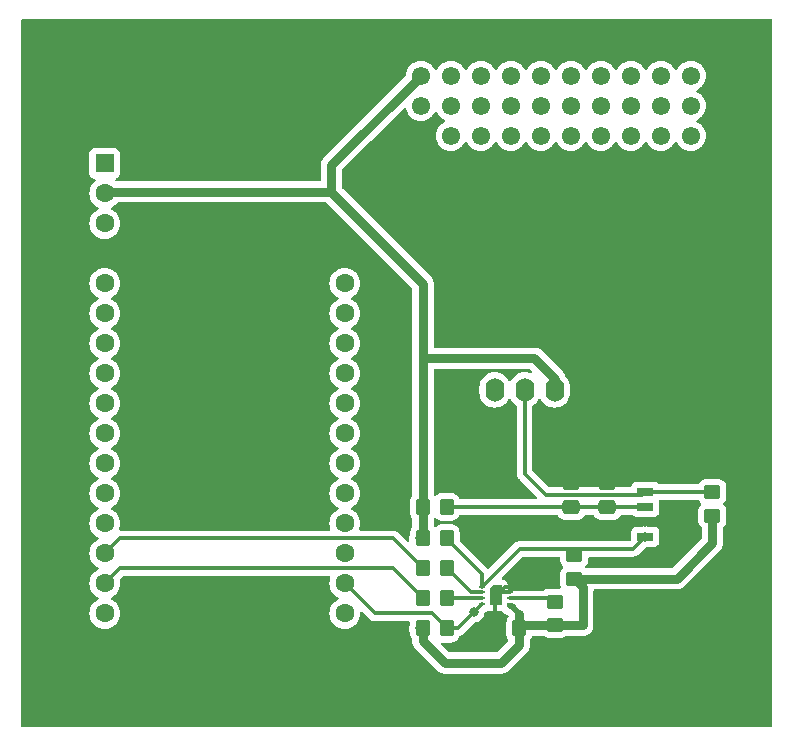
<source format=gtl>
G04 #@! TF.GenerationSoftware,KiCad,Pcbnew,7.0.11+1*
G04 #@! TF.CreationDate,2024-06-02T11:35:50+02:00*
G04 #@! TF.ProjectId,prg_pcb,7072675f-7063-4622-9e6b-696361645f70,rev?*
G04 #@! TF.SameCoordinates,Original*
G04 #@! TF.FileFunction,Copper,L1,Top*
G04 #@! TF.FilePolarity,Positive*
%FSLAX46Y46*%
G04 Gerber Fmt 4.6, Leading zero omitted, Abs format (unit mm)*
G04 Created by KiCad (PCBNEW 7.0.11+1) date 2024-06-02 11:35:50*
%MOMM*%
%LPD*%
G01*
G04 APERTURE LIST*
G04 Aperture macros list*
%AMRoundRect*
0 Rectangle with rounded corners*
0 $1 Rounding radius*
0 $2 $3 $4 $5 $6 $7 $8 $9 X,Y pos of 4 corners*
0 Add a 4 corners polygon primitive as box body*
4,1,4,$2,$3,$4,$5,$6,$7,$8,$9,$2,$3,0*
0 Add four circle primitives for the rounded corners*
1,1,$1+$1,$2,$3*
1,1,$1+$1,$4,$5*
1,1,$1+$1,$6,$7*
1,1,$1+$1,$8,$9*
0 Add four rect primitives between the rounded corners*
20,1,$1+$1,$2,$3,$4,$5,0*
20,1,$1+$1,$4,$5,$6,$7,0*
20,1,$1+$1,$6,$7,$8,$9,0*
20,1,$1+$1,$8,$9,$2,$3,0*%
%AMFreePoly0*
4,1,6,0.500000,-0.850000,-0.500000,-0.850000,-0.500000,0.550000,-0.200000,0.850000,0.500000,0.850000,0.500000,-0.850000,0.500000,-0.850000,$1*%
G04 Aperture macros list end*
G04 #@! TA.AperFunction,ComponentPad*
%ADD10RoundRect,0.249999X0.525001X-0.525001X0.525001X0.525001X-0.525001X0.525001X-0.525001X-0.525001X0*%
G04 #@! TD*
G04 #@! TA.AperFunction,ComponentPad*
%ADD11C,1.550000*%
G04 #@! TD*
G04 #@! TA.AperFunction,SMDPad,CuDef*
%ADD12RoundRect,0.250000X0.450000X-0.350000X0.450000X0.350000X-0.450000X0.350000X-0.450000X-0.350000X0*%
G04 #@! TD*
G04 #@! TA.AperFunction,SMDPad,CuDef*
%ADD13RoundRect,0.250000X-0.350000X-0.450000X0.350000X-0.450000X0.350000X0.450000X-0.350000X0.450000X0*%
G04 #@! TD*
G04 #@! TA.AperFunction,ComponentPad*
%ADD14R,1.600000X2.000000*%
G04 #@! TD*
G04 #@! TA.AperFunction,ComponentPad*
%ADD15O,1.600000X2.000000*%
G04 #@! TD*
G04 #@! TA.AperFunction,SMDPad,CuDef*
%ADD16RoundRect,0.250000X0.475000X-0.337500X0.475000X0.337500X-0.475000X0.337500X-0.475000X-0.337500X0*%
G04 #@! TD*
G04 #@! TA.AperFunction,SMDPad,CuDef*
%ADD17R,1.397000X0.711200*%
G04 #@! TD*
G04 #@! TA.AperFunction,SMDPad,CuDef*
%ADD18R,0.550000X0.250000*%
G04 #@! TD*
G04 #@! TA.AperFunction,SMDPad,CuDef*
%ADD19FreePoly0,0.000000*%
G04 #@! TD*
G04 #@! TA.AperFunction,SMDPad,CuDef*
%ADD20RoundRect,0.250000X0.350000X0.450000X-0.350000X0.450000X-0.350000X-0.450000X0.350000X-0.450000X0*%
G04 #@! TD*
G04 #@! TA.AperFunction,SMDPad,CuDef*
%ADD21RoundRect,0.250000X0.337500X0.475000X-0.337500X0.475000X-0.337500X-0.475000X0.337500X-0.475000X0*%
G04 #@! TD*
G04 #@! TA.AperFunction,ComponentPad*
%ADD22R,1.600000X1.600000*%
G04 #@! TD*
G04 #@! TA.AperFunction,ComponentPad*
%ADD23C,1.600000*%
G04 #@! TD*
G04 #@! TA.AperFunction,ViaPad*
%ADD24C,0.800000*%
G04 #@! TD*
G04 #@! TA.AperFunction,ViaPad*
%ADD25C,0.600000*%
G04 #@! TD*
G04 #@! TA.AperFunction,Conductor*
%ADD26C,0.800000*%
G04 #@! TD*
G04 #@! TA.AperFunction,Conductor*
%ADD27C,0.500000*%
G04 #@! TD*
G04 #@! TA.AperFunction,Conductor*
%ADD28C,0.300000*%
G04 #@! TD*
G04 APERTURE END LIST*
D10*
X110587869Y-86570937D03*
D11*
X113127869Y-86570937D03*
X115667869Y-86570937D03*
X118207869Y-86570937D03*
X120747869Y-86570937D03*
X123287869Y-86570937D03*
X125827869Y-86570937D03*
X128367869Y-86570937D03*
X130907869Y-86570937D03*
X133447869Y-86570937D03*
X110587869Y-84030937D03*
X113127869Y-84030937D03*
X115667869Y-84030937D03*
X118207869Y-84030937D03*
X120747869Y-84030937D03*
X123287869Y-84030937D03*
X125827869Y-84030937D03*
X128367869Y-84030937D03*
X130907869Y-84030937D03*
X133447869Y-84030937D03*
X110587869Y-81490937D03*
X113127869Y-81490937D03*
X115667869Y-81490937D03*
X118207869Y-81490937D03*
X120747869Y-81490937D03*
X123287869Y-81490937D03*
X125827869Y-81490937D03*
X128367869Y-81490937D03*
X130907869Y-81490937D03*
X133447869Y-81490937D03*
D12*
X135255000Y-118729000D03*
X135255000Y-116729000D03*
D13*
X110760000Y-120650000D03*
X112760000Y-120650000D03*
D14*
X124460000Y-108077000D03*
D15*
X121920000Y-108077000D03*
X119380000Y-108077000D03*
X116840000Y-108077000D03*
D16*
X123317000Y-118004500D03*
X123317000Y-115929500D03*
D12*
X123571000Y-124063000D03*
X123571000Y-122063000D03*
D13*
X110760000Y-125730000D03*
X112760000Y-125730000D03*
D17*
X129580800Y-116713000D03*
X129580800Y-117983000D03*
X129580800Y-119253000D03*
X129580800Y-120523000D03*
D13*
X110760000Y-123190000D03*
X112760000Y-123190000D03*
D16*
X126365000Y-118004500D03*
X126365000Y-115929500D03*
D13*
X110760000Y-128270000D03*
X112760000Y-128270000D03*
D18*
X115760000Y-124730000D03*
X115760000Y-125230000D03*
X115760000Y-125730000D03*
X115760000Y-126230000D03*
X118110000Y-126230000D03*
X118110000Y-125730000D03*
X118110000Y-125230000D03*
X118110000Y-124730000D03*
D19*
X116935000Y-125480000D03*
D12*
X121920000Y-128000000D03*
X121920000Y-126000000D03*
D20*
X112760000Y-117983000D03*
X110760000Y-117983000D03*
D21*
X118915000Y-128270000D03*
X116840000Y-128270000D03*
D22*
X83820000Y-88900000D03*
D23*
X83820000Y-91440000D03*
X83820000Y-93980000D03*
X83820000Y-96520000D03*
X83820000Y-99060000D03*
X83820000Y-101600000D03*
X83820000Y-104140000D03*
X83820000Y-106680000D03*
X83820000Y-109220000D03*
X83820000Y-111760000D03*
X83820000Y-114300000D03*
X83820000Y-116840000D03*
X83820000Y-119380000D03*
X83820000Y-121920000D03*
X83820000Y-124460000D03*
X83820000Y-127000000D03*
X104140000Y-127000000D03*
X104140000Y-124460000D03*
X104140000Y-121920000D03*
X104140000Y-119380000D03*
X104140000Y-116840000D03*
X104140000Y-114300000D03*
X104140000Y-111760000D03*
X104140000Y-109220000D03*
X104140000Y-106680000D03*
X104140000Y-104140000D03*
X104140000Y-101600000D03*
X104140000Y-99060000D03*
D24*
X110490000Y-128270000D03*
X110490000Y-120650000D03*
X116840000Y-128270000D03*
D25*
X122200000Y-93100000D03*
X116600000Y-120200000D03*
D24*
X129580800Y-119253000D03*
D25*
X102200000Y-83300000D03*
X90900000Y-133500000D03*
X113000000Y-112700000D03*
X92600000Y-108100000D03*
X136500000Y-92600000D03*
D24*
X129540000Y-120523000D03*
X112776000Y-120650000D03*
X115062000Y-126873000D03*
X135255000Y-116713000D03*
D26*
X110587869Y-81490937D02*
X102997000Y-89081806D01*
X102997000Y-89081806D02*
X102997000Y-91313000D01*
X110760000Y-120380000D02*
X110760000Y-108204000D01*
X118915000Y-128270000D02*
X119185000Y-128000000D01*
X120200000Y-105400000D02*
X110760000Y-105400000D01*
X118915000Y-129685000D02*
X118915000Y-128270000D01*
X110760000Y-128270000D02*
X110490000Y-128270000D01*
D27*
X118280000Y-126400000D02*
X118110000Y-126400000D01*
D26*
X121920000Y-108077000D02*
X121920000Y-107120000D01*
X110760000Y-120650000D02*
X110490000Y-120650000D01*
X110760000Y-108204000D02*
X110760000Y-99076000D01*
X132237000Y-124063000D02*
X123571000Y-124063000D01*
X110490000Y-128270000D02*
X110760000Y-128794000D01*
X121920000Y-107120000D02*
X120200000Y-105400000D01*
X135255000Y-121045000D02*
X132237000Y-124063000D01*
X112600000Y-131200000D02*
X117400000Y-131200000D01*
D27*
X118915000Y-127035000D02*
X118280000Y-126400000D01*
D26*
X110760000Y-128794000D02*
X110760000Y-129360000D01*
X110760000Y-99076000D02*
X102997000Y-91313000D01*
X110760000Y-129360000D02*
X112600000Y-131200000D01*
X110490000Y-120650000D02*
X110760000Y-120380000D01*
X118915000Y-128270000D02*
X118915000Y-127035000D01*
X124300000Y-124792000D02*
X124300000Y-128000000D01*
X119185000Y-128000000D02*
X121920000Y-128000000D01*
X102997000Y-91313000D02*
X83947000Y-91313000D01*
X135255000Y-118729000D02*
X135255000Y-121045000D01*
X123444000Y-123936000D02*
X124300000Y-124792000D01*
X83947000Y-91313000D02*
X83820000Y-91440000D01*
X124300000Y-128000000D02*
X121920000Y-128000000D01*
X117400000Y-131200000D02*
X118915000Y-129685000D01*
D28*
X117685000Y-124730000D02*
X116935000Y-125480000D01*
X116840000Y-128270000D02*
X116840000Y-125575000D01*
X117185000Y-125230000D02*
X116935000Y-125480000D01*
X118110000Y-125230000D02*
X117185000Y-125230000D01*
X116840000Y-125575000D02*
X116935000Y-125480000D01*
X118110000Y-124730000D02*
X117685000Y-124730000D01*
X110760000Y-125730000D02*
X108220000Y-123190000D01*
X108220000Y-123190000D02*
X85090000Y-123190000D01*
X85090000Y-123190000D02*
X83820000Y-124460000D01*
X85090000Y-120650000D02*
X83820000Y-121920000D01*
X108220000Y-120650000D02*
X85090000Y-120650000D01*
X110760000Y-123190000D02*
X108220000Y-120650000D01*
X112776000Y-120666000D02*
X115760000Y-123650000D01*
X129580800Y-120523000D02*
X129580800Y-120523000D01*
X112776000Y-120650000D02*
X112776000Y-120666000D01*
X112760000Y-120650000D02*
X112760000Y-120650000D01*
X112760000Y-120650000D02*
X112776000Y-120650000D01*
X118951000Y-121539000D02*
X115760000Y-124730000D01*
X129540000Y-120563800D02*
X128564800Y-121539000D01*
X129580800Y-120523000D02*
X129540000Y-120523000D01*
X128564800Y-121539000D02*
X118951000Y-121539000D01*
X129540000Y-120523000D02*
X129540000Y-120563800D01*
X115760000Y-123650000D02*
X115760000Y-124730000D01*
X135255000Y-116713000D02*
X135255000Y-116729000D01*
X135255000Y-116729000D02*
X135255000Y-116729000D01*
X121158000Y-116967000D02*
X129326800Y-116967000D01*
X111490000Y-127000000D02*
X112760000Y-128270000D01*
X104140000Y-124460000D02*
X106680000Y-127000000D01*
X115062000Y-126873000D02*
X115117000Y-126873000D01*
X119380000Y-115189000D02*
X121158000Y-116967000D01*
X112760000Y-128270000D02*
X113720000Y-128270000D01*
X106680000Y-127000000D02*
X111490000Y-127000000D01*
X119380000Y-108077000D02*
X119380000Y-115189000D01*
X129326800Y-116967000D02*
X129580800Y-116713000D01*
X135239000Y-116713000D02*
X135255000Y-116713000D01*
X115117000Y-126873000D02*
X115760000Y-126230000D01*
X115062000Y-126928000D02*
X115062000Y-126873000D01*
X113720000Y-128270000D02*
X115062000Y-126928000D01*
X129580800Y-116713000D02*
X135239000Y-116713000D01*
X135239000Y-116713000D02*
X135239000Y-116713000D01*
X112760000Y-117983000D02*
X129626200Y-117983000D01*
X114800000Y-125230000D02*
X115760000Y-125230000D01*
X112760000Y-123190000D02*
X114800000Y-125230000D01*
X118110000Y-125730000D02*
X121650000Y-125730000D01*
X121650000Y-125730000D02*
X121920000Y-126000000D01*
X112760000Y-125730000D02*
X115760000Y-125730000D01*
G04 #@! TA.AperFunction,Conductor*
G36*
X116435000Y-126835141D02*
G01*
X116435001Y-126835142D01*
X117436035Y-126835142D01*
X117503074Y-126854827D01*
X117535497Y-126885093D01*
X117560390Y-126918530D01*
X117694786Y-127031302D01*
X117851567Y-127110040D01*
X117918404Y-127125881D01*
X117977488Y-127158857D01*
X117977490Y-127158859D01*
X118010975Y-127220182D01*
X118005991Y-127289874D01*
X117987079Y-127323447D01*
X117984788Y-127326343D01*
X117892687Y-127475663D01*
X117892685Y-127475668D01*
X117884889Y-127499196D01*
X117837501Y-127642203D01*
X117837501Y-127642204D01*
X117837500Y-127642204D01*
X117827000Y-127744983D01*
X117827000Y-128795001D01*
X117827001Y-128795019D01*
X117837500Y-128897796D01*
X117837501Y-128897799D01*
X117892685Y-129064331D01*
X117892689Y-129064340D01*
X117982169Y-129209411D01*
X118000609Y-129276803D01*
X117979686Y-129343467D01*
X117964311Y-129362188D01*
X117063320Y-130263181D01*
X117001997Y-130296666D01*
X116975639Y-130299500D01*
X113024361Y-130299500D01*
X112957322Y-130279815D01*
X112936680Y-130263181D01*
X112355679Y-129682180D01*
X112322194Y-129620857D01*
X112327178Y-129551165D01*
X112369050Y-129495232D01*
X112434514Y-129470815D01*
X112443334Y-129470499D01*
X113160008Y-129470499D01*
X113160016Y-129470498D01*
X113160019Y-129470498D01*
X113216302Y-129464748D01*
X113262797Y-129459999D01*
X113429334Y-129404814D01*
X113578656Y-129312712D01*
X113702712Y-129188656D01*
X113794814Y-129039334D01*
X113814481Y-128979979D01*
X113854253Y-128922536D01*
X113886535Y-128903694D01*
X113925514Y-128888260D01*
X113936557Y-128884480D01*
X113980398Y-128871744D01*
X113998665Y-128860939D01*
X114016136Y-128852380D01*
X114035871Y-128844568D01*
X114072816Y-128817725D01*
X114082558Y-128811326D01*
X114121865Y-128788081D01*
X114136870Y-128773075D01*
X114151668Y-128760436D01*
X114168837Y-128747963D01*
X114197946Y-128712774D01*
X114205790Y-128704154D01*
X115105023Y-127804922D01*
X115166344Y-127771439D01*
X115166439Y-127771418D01*
X115341803Y-127734144D01*
X115341807Y-127734142D01*
X115341808Y-127734142D01*
X115400058Y-127708206D01*
X115514730Y-127657151D01*
X115667871Y-127545888D01*
X115794533Y-127405216D01*
X115889179Y-127241284D01*
X115947674Y-127061256D01*
X115954709Y-126994314D01*
X115981292Y-126929701D01*
X115990340Y-126919604D01*
X116020090Y-126889854D01*
X116081411Y-126856371D01*
X116094513Y-126854247D01*
X116142483Y-126849091D01*
X116221598Y-126819582D01*
X116283657Y-126815144D01*
X116283906Y-126813418D01*
X116435000Y-126835141D01*
G37*
G04 #@! TD.AperFunction*
G04 #@! TA.AperFunction,Conductor*
G36*
X122313540Y-122209185D02*
G01*
X122359295Y-122261989D01*
X122370501Y-122313500D01*
X122370501Y-122463018D01*
X122381000Y-122565796D01*
X122381001Y-122565799D01*
X122436185Y-122732331D01*
X122436187Y-122732336D01*
X122460685Y-122772054D01*
X122524857Y-122876094D01*
X122528289Y-122881657D01*
X122621951Y-122975319D01*
X122655436Y-123036642D01*
X122650452Y-123106334D01*
X122621951Y-123150681D01*
X122528289Y-123244342D01*
X122436187Y-123393663D01*
X122436186Y-123393666D01*
X122381001Y-123560203D01*
X122381001Y-123560204D01*
X122381000Y-123560204D01*
X122370500Y-123662983D01*
X122370500Y-124463001D01*
X122370501Y-124463019D01*
X122381000Y-124565796D01*
X122381001Y-124565799D01*
X122437565Y-124736496D01*
X122439967Y-124806324D01*
X122404235Y-124866366D01*
X122341715Y-124897559D01*
X122319859Y-124899500D01*
X121419998Y-124899500D01*
X121419980Y-124899501D01*
X121317203Y-124910000D01*
X121317200Y-124910001D01*
X121150668Y-124965185D01*
X121150659Y-124965189D01*
X120995262Y-125061039D01*
X120930166Y-125079500D01*
X118065178Y-125079500D01*
X118065178Y-125077796D01*
X118003766Y-125063874D01*
X117954795Y-125014038D01*
X117940142Y-124955565D01*
X117940142Y-124629999D01*
X117935000Y-124558109D01*
X117894494Y-124420159D01*
X117816760Y-124299201D01*
X117708099Y-124205048D01*
X117708098Y-124205047D01*
X117577316Y-124145320D01*
X117577311Y-124145319D01*
X117549129Y-124141267D01*
X117485573Y-124112241D01*
X117447800Y-124053463D01*
X117447800Y-123983593D01*
X117479094Y-123930851D01*
X119184127Y-122225819D01*
X119245450Y-122192334D01*
X119271808Y-122189500D01*
X122246501Y-122189500D01*
X122313540Y-122209185D01*
G37*
G04 #@! TD.AperFunction*
G04 #@! TA.AperFunction,Conductor*
G36*
X134096532Y-117383185D02*
G01*
X134135031Y-117422402D01*
X134149739Y-117446248D01*
X134212289Y-117547657D01*
X134305951Y-117641319D01*
X134339436Y-117702642D01*
X134334452Y-117772334D01*
X134305951Y-117816681D01*
X134212289Y-117910342D01*
X134120187Y-118059663D01*
X134120186Y-118059666D01*
X134065001Y-118226203D01*
X134065001Y-118226204D01*
X134065000Y-118226204D01*
X134054500Y-118328983D01*
X134054500Y-119129001D01*
X134054501Y-119129019D01*
X134065000Y-119231796D01*
X134065001Y-119231799D01*
X134114110Y-119379998D01*
X134120186Y-119398334D01*
X134192260Y-119515186D01*
X134212289Y-119547657D01*
X134318181Y-119653549D01*
X134351666Y-119714872D01*
X134354500Y-119741230D01*
X134354500Y-120620638D01*
X134334815Y-120687677D01*
X134318181Y-120708319D01*
X131900320Y-123126181D01*
X131838997Y-123159666D01*
X131812639Y-123162500D01*
X124632230Y-123162500D01*
X124565191Y-123142815D01*
X124519436Y-123090011D01*
X124509492Y-123020853D01*
X124538517Y-122957297D01*
X124544549Y-122950819D01*
X124575323Y-122920045D01*
X124613712Y-122881656D01*
X124705814Y-122732334D01*
X124760999Y-122565797D01*
X124771500Y-122463009D01*
X124771500Y-122313500D01*
X124791185Y-122246461D01*
X124843989Y-122200706D01*
X124895500Y-122189500D01*
X128479295Y-122189500D01*
X128495305Y-122191267D01*
X128495328Y-122191026D01*
X128503089Y-122191758D01*
X128503096Y-122191760D01*
X128573062Y-122189560D01*
X128576957Y-122189500D01*
X128605725Y-122189500D01*
X128610087Y-122188948D01*
X128621739Y-122188030D01*
X128667369Y-122186597D01*
X128687756Y-122180673D01*
X128706796Y-122176731D01*
X128727858Y-122174071D01*
X128770320Y-122157258D01*
X128781357Y-122153480D01*
X128825198Y-122140744D01*
X128843465Y-122129939D01*
X128860936Y-122121380D01*
X128880671Y-122113568D01*
X128917616Y-122086725D01*
X128927358Y-122080326D01*
X128966665Y-122057081D01*
X128981670Y-122042075D01*
X128996468Y-122029436D01*
X129013637Y-122016963D01*
X129042746Y-121981774D01*
X129050590Y-121973154D01*
X129565158Y-121458587D01*
X129626479Y-121425104D01*
X129629018Y-121424696D01*
X129634645Y-121423500D01*
X129634646Y-121423500D01*
X129685955Y-121412594D01*
X129826162Y-121382793D01*
X129826340Y-121383634D01*
X129854970Y-121379099D01*
X130327171Y-121379099D01*
X130327172Y-121379099D01*
X130386783Y-121372691D01*
X130521631Y-121322396D01*
X130636846Y-121236146D01*
X130723096Y-121120931D01*
X130773391Y-120986083D01*
X130779800Y-120926473D01*
X130779799Y-120119528D01*
X130773391Y-120059917D01*
X130768649Y-120047204D01*
X130723097Y-119925071D01*
X130723093Y-119925064D01*
X130636847Y-119809855D01*
X130636844Y-119809852D01*
X130521635Y-119723606D01*
X130521628Y-119723602D01*
X130386782Y-119673308D01*
X130386783Y-119673308D01*
X130327183Y-119666901D01*
X130327181Y-119666900D01*
X130327173Y-119666900D01*
X130327165Y-119666900D01*
X129854966Y-119666900D01*
X129826337Y-119662366D01*
X129826159Y-119663207D01*
X129706486Y-119637770D01*
X129634646Y-119622500D01*
X129445354Y-119622500D01*
X129445353Y-119622500D01*
X129253842Y-119663206D01*
X129253663Y-119662366D01*
X129225033Y-119666900D01*
X128834429Y-119666900D01*
X128834423Y-119666901D01*
X128774816Y-119673308D01*
X128639971Y-119723602D01*
X128639964Y-119723606D01*
X128524755Y-119809852D01*
X128524752Y-119809855D01*
X128438506Y-119925064D01*
X128438502Y-119925071D01*
X128388208Y-120059917D01*
X128384045Y-120098644D01*
X128381801Y-120119523D01*
X128381800Y-120119535D01*
X128381800Y-120750690D01*
X128362115Y-120817729D01*
X128345484Y-120838368D01*
X128331675Y-120852178D01*
X128270353Y-120885665D01*
X128243991Y-120888500D01*
X119036504Y-120888500D01*
X119020493Y-120886732D01*
X119020471Y-120886974D01*
X119012704Y-120886240D01*
X119012703Y-120886240D01*
X118942737Y-120888439D01*
X118938842Y-120888500D01*
X118910075Y-120888500D01*
X118910072Y-120888500D01*
X118910057Y-120888501D01*
X118905687Y-120889053D01*
X118894059Y-120889968D01*
X118848434Y-120891402D01*
X118848424Y-120891404D01*
X118828048Y-120897323D01*
X118809008Y-120901266D01*
X118787947Y-120903927D01*
X118787938Y-120903929D01*
X118745491Y-120920735D01*
X118734442Y-120924518D01*
X118690602Y-120937255D01*
X118672332Y-120948060D01*
X118654863Y-120956618D01*
X118635128Y-120964432D01*
X118635126Y-120964433D01*
X118598201Y-120991260D01*
X118588442Y-120997671D01*
X118549132Y-121020920D01*
X118534126Y-121035926D01*
X118519336Y-121048558D01*
X118502167Y-121061032D01*
X118502165Y-121061034D01*
X118473056Y-121096219D01*
X118465196Y-121104856D01*
X116389398Y-123180654D01*
X116328075Y-123214139D01*
X116258383Y-123209155D01*
X116222675Y-123188515D01*
X116202779Y-123172055D01*
X116194140Y-123164194D01*
X113896818Y-120866872D01*
X113863333Y-120805549D01*
X113860499Y-120779191D01*
X113860499Y-120149998D01*
X113860498Y-120149981D01*
X113849999Y-120047203D01*
X113849998Y-120047200D01*
X113845182Y-120032666D01*
X113794814Y-119880666D01*
X113702712Y-119731344D01*
X113578656Y-119607288D01*
X113429334Y-119515186D01*
X113262797Y-119460001D01*
X113262795Y-119460000D01*
X113160010Y-119449500D01*
X112359998Y-119449500D01*
X112359980Y-119449501D01*
X112257203Y-119460000D01*
X112257200Y-119460001D01*
X112090668Y-119515185D01*
X112090663Y-119515187D01*
X111941342Y-119607289D01*
X111872181Y-119676451D01*
X111810858Y-119709936D01*
X111741166Y-119704952D01*
X111685233Y-119663080D01*
X111660816Y-119597616D01*
X111660500Y-119588770D01*
X111660500Y-119044230D01*
X111680185Y-118977191D01*
X111732989Y-118931436D01*
X111802147Y-118921492D01*
X111865703Y-118950517D01*
X111872181Y-118956549D01*
X111941344Y-119025712D01*
X112090666Y-119117814D01*
X112257203Y-119172999D01*
X112359991Y-119183500D01*
X113160008Y-119183499D01*
X113160016Y-119183498D01*
X113160019Y-119183498D01*
X113216302Y-119177748D01*
X113262797Y-119172999D01*
X113429334Y-119117814D01*
X113578656Y-119025712D01*
X113702712Y-118901656D01*
X113794814Y-118752334D01*
X113802543Y-118729009D01*
X113806028Y-118718494D01*
X113845801Y-118661050D01*
X113910317Y-118634228D01*
X113923733Y-118633500D01*
X122070811Y-118633500D01*
X122137850Y-118653185D01*
X122176350Y-118692404D01*
X122197853Y-118727267D01*
X122249288Y-118810656D01*
X122373344Y-118934712D01*
X122522666Y-119026814D01*
X122689203Y-119081999D01*
X122791991Y-119092500D01*
X123842008Y-119092499D01*
X123842016Y-119092498D01*
X123842019Y-119092498D01*
X123898302Y-119086748D01*
X123944797Y-119081999D01*
X124111334Y-119026814D01*
X124260656Y-118934712D01*
X124384712Y-118810656D01*
X124457650Y-118692404D01*
X124509598Y-118645679D01*
X124563189Y-118633500D01*
X125118811Y-118633500D01*
X125185850Y-118653185D01*
X125224350Y-118692404D01*
X125245853Y-118727267D01*
X125297288Y-118810656D01*
X125421344Y-118934712D01*
X125570666Y-119026814D01*
X125737203Y-119081999D01*
X125839991Y-119092500D01*
X126890008Y-119092499D01*
X126890016Y-119092498D01*
X126890019Y-119092498D01*
X126946302Y-119086748D01*
X126992797Y-119081999D01*
X127159334Y-119026814D01*
X127308656Y-118934712D01*
X127432712Y-118810656D01*
X127505650Y-118692404D01*
X127557598Y-118645679D01*
X127611189Y-118633500D01*
X128415787Y-118633500D01*
X128482826Y-118653185D01*
X128515053Y-118683188D01*
X128524750Y-118696142D01*
X128524752Y-118696144D01*
X128524754Y-118696146D01*
X128524757Y-118696148D01*
X128639964Y-118782393D01*
X128639971Y-118782397D01*
X128774817Y-118832691D01*
X128774816Y-118832691D01*
X128781744Y-118833435D01*
X128834427Y-118839100D01*
X130327172Y-118839099D01*
X130386783Y-118832691D01*
X130521631Y-118782396D01*
X130636846Y-118696146D01*
X130723096Y-118580931D01*
X130773391Y-118446083D01*
X130779800Y-118386473D01*
X130779799Y-117579528D01*
X130773391Y-117519917D01*
X130773390Y-117519913D01*
X130772470Y-117516017D01*
X130772636Y-117512901D01*
X130772562Y-117512204D01*
X130772674Y-117512191D01*
X130776209Y-117446248D01*
X130817075Y-117389575D01*
X130882093Y-117363994D01*
X130893146Y-117363500D01*
X134029493Y-117363500D01*
X134096532Y-117383185D01*
G37*
G04 #@! TD.AperFunction*
G04 #@! TA.AperFunction,Conductor*
G36*
X119842678Y-106320185D02*
G01*
X119863320Y-106336819D01*
X119985539Y-106459038D01*
X120019024Y-106520361D01*
X120014040Y-106590053D01*
X119972168Y-106645986D01*
X119906704Y-106670403D01*
X119845453Y-106659101D01*
X119826496Y-106650261D01*
X119826492Y-106650260D01*
X119826488Y-106650258D01*
X119606697Y-106591366D01*
X119606693Y-106591365D01*
X119606692Y-106591365D01*
X119606691Y-106591364D01*
X119606686Y-106591364D01*
X119380002Y-106571532D01*
X119379998Y-106571532D01*
X119153313Y-106591364D01*
X119153302Y-106591366D01*
X118933511Y-106650258D01*
X118933502Y-106650261D01*
X118727267Y-106746431D01*
X118727265Y-106746432D01*
X118540858Y-106876954D01*
X118379954Y-107037858D01*
X118249432Y-107224265D01*
X118249431Y-107224267D01*
X118222382Y-107282275D01*
X118176209Y-107334714D01*
X118109016Y-107353866D01*
X118042135Y-107333650D01*
X117997618Y-107282275D01*
X117970568Y-107224266D01*
X117840047Y-107037861D01*
X117840045Y-107037858D01*
X117679141Y-106876954D01*
X117492734Y-106746432D01*
X117492732Y-106746431D01*
X117286497Y-106650261D01*
X117286488Y-106650258D01*
X117066697Y-106591366D01*
X117066693Y-106591365D01*
X117066692Y-106591365D01*
X117066691Y-106591364D01*
X117066686Y-106591364D01*
X116840002Y-106571532D01*
X116839998Y-106571532D01*
X116613313Y-106591364D01*
X116613302Y-106591366D01*
X116393511Y-106650258D01*
X116393502Y-106650261D01*
X116187267Y-106746431D01*
X116187265Y-106746432D01*
X116000858Y-106876954D01*
X115839954Y-107037858D01*
X115709432Y-107224265D01*
X115709431Y-107224267D01*
X115613261Y-107430502D01*
X115613258Y-107430511D01*
X115554366Y-107650302D01*
X115554364Y-107650312D01*
X115539500Y-107820214D01*
X115539500Y-108333785D01*
X115554364Y-108503687D01*
X115554366Y-108503697D01*
X115613258Y-108723488D01*
X115613261Y-108723497D01*
X115709431Y-108929732D01*
X115709432Y-108929734D01*
X115839954Y-109116141D01*
X116000858Y-109277045D01*
X116000861Y-109277047D01*
X116187266Y-109407568D01*
X116393504Y-109503739D01*
X116613308Y-109562635D01*
X116775230Y-109576801D01*
X116839998Y-109582468D01*
X116840000Y-109582468D01*
X116840002Y-109582468D01*
X116896673Y-109577509D01*
X117066692Y-109562635D01*
X117286496Y-109503739D01*
X117492734Y-109407568D01*
X117679139Y-109277047D01*
X117840047Y-109116139D01*
X117970568Y-108929734D01*
X117997618Y-108871724D01*
X118043790Y-108819285D01*
X118110983Y-108800133D01*
X118177865Y-108820348D01*
X118222382Y-108871725D01*
X118249429Y-108929728D01*
X118249432Y-108929734D01*
X118379954Y-109116141D01*
X118540855Y-109277042D01*
X118540858Y-109277044D01*
X118540861Y-109277047D01*
X118676626Y-109372109D01*
X118720248Y-109426683D01*
X118729500Y-109473682D01*
X118729500Y-115103494D01*
X118727732Y-115119505D01*
X118727974Y-115119528D01*
X118727240Y-115127294D01*
X118729439Y-115197262D01*
X118729500Y-115201157D01*
X118729500Y-115229920D01*
X118729501Y-115229938D01*
X118730053Y-115234311D01*
X118730968Y-115245941D01*
X118732402Y-115291567D01*
X118732403Y-115291570D01*
X118738323Y-115311948D01*
X118742268Y-115330996D01*
X118744928Y-115352054D01*
X118744931Y-115352065D01*
X118761737Y-115394514D01*
X118765520Y-115405563D01*
X118778254Y-115449395D01*
X118778255Y-115449397D01*
X118789060Y-115467666D01*
X118797617Y-115485134D01*
X118803226Y-115499300D01*
X118805432Y-115504872D01*
X118832266Y-115541806D01*
X118838678Y-115551568D01*
X118861919Y-115590865D01*
X118861923Y-115590869D01*
X118876925Y-115605871D01*
X118889563Y-115620669D01*
X118902033Y-115637833D01*
X118902036Y-115637837D01*
X118937213Y-115666937D01*
X118945854Y-115674800D01*
X120391873Y-117120819D01*
X120425358Y-117182142D01*
X120420374Y-117251834D01*
X120378502Y-117307767D01*
X120313038Y-117332184D01*
X120304192Y-117332500D01*
X113923733Y-117332500D01*
X113856694Y-117312815D01*
X113810939Y-117260011D01*
X113806028Y-117247506D01*
X113800821Y-117231795D01*
X113794814Y-117213666D01*
X113702712Y-117064344D01*
X113578656Y-116940288D01*
X113429334Y-116848186D01*
X113262797Y-116793001D01*
X113262795Y-116793000D01*
X113160010Y-116782500D01*
X112359998Y-116782500D01*
X112359980Y-116782501D01*
X112257203Y-116793000D01*
X112257200Y-116793001D01*
X112090668Y-116848185D01*
X112090663Y-116848187D01*
X111941342Y-116940289D01*
X111872181Y-117009451D01*
X111810858Y-117042936D01*
X111741166Y-117037952D01*
X111685233Y-116996080D01*
X111660816Y-116930616D01*
X111660500Y-116921770D01*
X111660500Y-106424500D01*
X111680185Y-106357461D01*
X111732989Y-106311706D01*
X111784500Y-106300500D01*
X119775639Y-106300500D01*
X119842678Y-106320185D01*
G37*
G04 #@! TD.AperFunction*
G04 #@! TA.AperFunction,Conductor*
G36*
X140285539Y-76720185D02*
G01*
X140331294Y-76772989D01*
X140342500Y-76824500D01*
X140342500Y-136535500D01*
X140322815Y-136602539D01*
X140270011Y-136648294D01*
X140218500Y-136659500D01*
X76824500Y-136659500D01*
X76757461Y-136639815D01*
X76711706Y-136587011D01*
X76700500Y-136535500D01*
X76700500Y-127000001D01*
X82514532Y-127000001D01*
X82534364Y-127226686D01*
X82534366Y-127226697D01*
X82593258Y-127446488D01*
X82593261Y-127446497D01*
X82689431Y-127652732D01*
X82689432Y-127652734D01*
X82819954Y-127839141D01*
X82980858Y-128000045D01*
X82980861Y-128000047D01*
X83167266Y-128130568D01*
X83373504Y-128226739D01*
X83373509Y-128226740D01*
X83373511Y-128226741D01*
X83398315Y-128233387D01*
X83593308Y-128285635D01*
X83755230Y-128299801D01*
X83819998Y-128305468D01*
X83820000Y-128305468D01*
X83820002Y-128305468D01*
X83876673Y-128300509D01*
X84046692Y-128285635D01*
X84266496Y-128226739D01*
X84472734Y-128130568D01*
X84659139Y-128000047D01*
X84820047Y-127839139D01*
X84950568Y-127652734D01*
X85046739Y-127446496D01*
X85105635Y-127226692D01*
X85125468Y-127000000D01*
X85124458Y-126988461D01*
X85113641Y-126864814D01*
X85105635Y-126773308D01*
X85046739Y-126553504D01*
X84950568Y-126347266D01*
X84820047Y-126160861D01*
X84820045Y-126160858D01*
X84659141Y-125999954D01*
X84472734Y-125869432D01*
X84472728Y-125869429D01*
X84414725Y-125842382D01*
X84362285Y-125796210D01*
X84343133Y-125729017D01*
X84363348Y-125662135D01*
X84414725Y-125617618D01*
X84472734Y-125590568D01*
X84659139Y-125460047D01*
X84820047Y-125299139D01*
X84950568Y-125112734D01*
X85046739Y-124906496D01*
X85105635Y-124686692D01*
X85125205Y-124463008D01*
X85125468Y-124460001D01*
X85125468Y-124459998D01*
X85113641Y-124324814D01*
X85105635Y-124233308D01*
X85094790Y-124192834D01*
X85096453Y-124122984D01*
X85126880Y-124073064D01*
X85323128Y-123876816D01*
X85384451Y-123843334D01*
X85410808Y-123840500D01*
X102799293Y-123840500D01*
X102866332Y-123860185D01*
X102912087Y-123912989D01*
X102922031Y-123982147D01*
X102914293Y-124008125D01*
X102915111Y-124008423D01*
X102913258Y-124013511D01*
X102854366Y-124233302D01*
X102854364Y-124233313D01*
X102834532Y-124459998D01*
X102834532Y-124460001D01*
X102854364Y-124686686D01*
X102854366Y-124686697D01*
X102913258Y-124906488D01*
X102913261Y-124906497D01*
X103009431Y-125112732D01*
X103009432Y-125112734D01*
X103139954Y-125299141D01*
X103300858Y-125460045D01*
X103300861Y-125460047D01*
X103487266Y-125590568D01*
X103507489Y-125599998D01*
X103545275Y-125617618D01*
X103597714Y-125663791D01*
X103616866Y-125730984D01*
X103596650Y-125797865D01*
X103545275Y-125842382D01*
X103487267Y-125869431D01*
X103487265Y-125869432D01*
X103300858Y-125999954D01*
X103139954Y-126160858D01*
X103009432Y-126347265D01*
X103009431Y-126347267D01*
X102913261Y-126553502D01*
X102913258Y-126553511D01*
X102854366Y-126773302D01*
X102854364Y-126773313D01*
X102834532Y-126999998D01*
X102834532Y-127000001D01*
X102854364Y-127226686D01*
X102854366Y-127226697D01*
X102913258Y-127446488D01*
X102913261Y-127446497D01*
X103009431Y-127652732D01*
X103009432Y-127652734D01*
X103139954Y-127839141D01*
X103300858Y-128000045D01*
X103300861Y-128000047D01*
X103487266Y-128130568D01*
X103693504Y-128226739D01*
X103693509Y-128226740D01*
X103693511Y-128226741D01*
X103718315Y-128233387D01*
X103913308Y-128285635D01*
X104075230Y-128299801D01*
X104139998Y-128305468D01*
X104140000Y-128305468D01*
X104140002Y-128305468D01*
X104196673Y-128300509D01*
X104366692Y-128285635D01*
X104586496Y-128226739D01*
X104792734Y-128130568D01*
X104979139Y-128000047D01*
X105140047Y-127839139D01*
X105270568Y-127652734D01*
X105366739Y-127446496D01*
X105425635Y-127226692D01*
X105445468Y-127000000D01*
X105444999Y-126994644D01*
X105458763Y-126926146D01*
X105507377Y-126875962D01*
X105575405Y-126860026D01*
X105641249Y-126883399D01*
X105656208Y-126896154D01*
X106159564Y-127399510D01*
X106169635Y-127412080D01*
X106169822Y-127411926D01*
X106174795Y-127417937D01*
X106225832Y-127465864D01*
X106228629Y-127468575D01*
X106248967Y-127488913D01*
X106252450Y-127491615D01*
X106261326Y-127499196D01*
X106287145Y-127523441D01*
X106294607Y-127530448D01*
X106294609Y-127530449D01*
X106313205Y-127540672D01*
X106329470Y-127551357D01*
X106346232Y-127564360D01*
X106346235Y-127564361D01*
X106346236Y-127564362D01*
X106388140Y-127582495D01*
X106398612Y-127587625D01*
X106438632Y-127609627D01*
X106454340Y-127613659D01*
X106459186Y-127614904D01*
X106477598Y-127621207D01*
X106497073Y-127629635D01*
X106542174Y-127636777D01*
X106553589Y-127639142D01*
X106597823Y-127650500D01*
X106619050Y-127650500D01*
X106638447Y-127652026D01*
X106659404Y-127655346D01*
X106704852Y-127651049D01*
X106716520Y-127650500D01*
X109535500Y-127650500D01*
X109602539Y-127670185D01*
X109648294Y-127722989D01*
X109659500Y-127774500D01*
X109659500Y-127887560D01*
X109646242Y-127943348D01*
X109643212Y-127949361D01*
X109640240Y-127960657D01*
X109633607Y-127979524D01*
X109628856Y-127990195D01*
X109628856Y-127990197D01*
X109620340Y-128030259D01*
X109616981Y-128042793D01*
X109604326Y-128081742D01*
X109604325Y-128081744D01*
X109602615Y-128098016D01*
X109599216Y-128116595D01*
X109595051Y-128132425D01*
X109595051Y-128132431D01*
X109594493Y-128144086D01*
X109591927Y-128163927D01*
X109589500Y-128175348D01*
X109589500Y-128216306D01*
X109588821Y-128229267D01*
X109584540Y-128270001D01*
X109586250Y-128286277D01*
X109586787Y-128305158D01*
X109586005Y-128321501D01*
X109587883Y-128333016D01*
X109589500Y-128352973D01*
X109589500Y-128364646D01*
X109598014Y-128404705D01*
X109600043Y-128417519D01*
X109604325Y-128458253D01*
X109604327Y-128458261D01*
X109609382Y-128473820D01*
X109613833Y-128492177D01*
X109616465Y-128508321D01*
X109616467Y-128508328D01*
X109620699Y-128519203D01*
X109626429Y-128538386D01*
X109628856Y-128549803D01*
X109645516Y-128587223D01*
X109650164Y-128599332D01*
X109653432Y-128609391D01*
X109659500Y-128647704D01*
X109659500Y-128770000D01*
X109659501Y-128770019D01*
X109670000Y-128872796D01*
X109670001Y-128872799D01*
X109725185Y-129039331D01*
X109725187Y-129039336D01*
X109817289Y-129188657D01*
X109822790Y-129194158D01*
X109856275Y-129255481D01*
X109857583Y-129301235D01*
X109855781Y-129312612D01*
X109859330Y-129380335D01*
X109859500Y-129386824D01*
X109859500Y-129407188D01*
X109861628Y-129427448D01*
X109862136Y-129433909D01*
X109865686Y-129501643D01*
X109865688Y-129501653D01*
X109869315Y-129515189D01*
X109872860Y-129534314D01*
X109874325Y-129548249D01*
X109874326Y-129548256D01*
X109874328Y-129548262D01*
X109895282Y-129612755D01*
X109897125Y-129618976D01*
X109914679Y-129684486D01*
X109914684Y-129684498D01*
X109921043Y-129696978D01*
X109928488Y-129714949D01*
X109932820Y-129728282D01*
X109966726Y-129787009D01*
X109969822Y-129792712D01*
X110000616Y-129853147D01*
X110000620Y-129853153D01*
X110009438Y-129864043D01*
X110020454Y-129880070D01*
X110027465Y-129892213D01*
X110027470Y-129892220D01*
X110072855Y-129942627D01*
X110077063Y-129947554D01*
X110089883Y-129963383D01*
X110104275Y-129977775D01*
X110108743Y-129982483D01*
X110154128Y-130032887D01*
X110165468Y-130041126D01*
X110180265Y-130053764D01*
X111906235Y-131779734D01*
X111918869Y-131794525D01*
X111927112Y-131805871D01*
X111927113Y-131805872D01*
X111977515Y-131851254D01*
X111982207Y-131855706D01*
X111996620Y-131870119D01*
X112012441Y-131882931D01*
X112017376Y-131887146D01*
X112067781Y-131932531D01*
X112067782Y-131932531D01*
X112067784Y-131932533D01*
X112067786Y-131932534D01*
X112079918Y-131939538D01*
X112095955Y-131950560D01*
X112106849Y-131959382D01*
X112106851Y-131959383D01*
X112167287Y-131990176D01*
X112172975Y-131993265D01*
X112231707Y-132027174D01*
X112231712Y-132027177D01*
X112231713Y-132027177D01*
X112231716Y-132027179D01*
X112245050Y-132031511D01*
X112263022Y-132038956D01*
X112275512Y-132045320D01*
X112275514Y-132045320D01*
X112275515Y-132045321D01*
X112297956Y-132051333D01*
X112341028Y-132062874D01*
X112347227Y-132064710D01*
X112411744Y-132085674D01*
X112425688Y-132087139D01*
X112444814Y-132090685D01*
X112454441Y-132093264D01*
X112458355Y-132094313D01*
X112526098Y-132097862D01*
X112532552Y-132098371D01*
X112541379Y-132099298D01*
X112552808Y-132100500D01*
X112573175Y-132100500D01*
X112579664Y-132100670D01*
X112647388Y-132104219D01*
X112661228Y-132102027D01*
X112680627Y-132100500D01*
X117319373Y-132100500D01*
X117338772Y-132102027D01*
X117352612Y-132104219D01*
X117420337Y-132100670D01*
X117426826Y-132100500D01*
X117447191Y-132100500D01*
X117447192Y-132100500D01*
X117458393Y-132099322D01*
X117467448Y-132098371D01*
X117473906Y-132097862D01*
X117541646Y-132094313D01*
X117555187Y-132090683D01*
X117574313Y-132087138D01*
X117588256Y-132085674D01*
X117652786Y-132064706D01*
X117658951Y-132062880D01*
X117724488Y-132045320D01*
X117736976Y-132038956D01*
X117754950Y-132031510D01*
X117768284Y-132027179D01*
X117827051Y-131993248D01*
X117832693Y-131990185D01*
X117893149Y-131959383D01*
X117904031Y-131950569D01*
X117920083Y-131939537D01*
X117932216Y-131932533D01*
X117982654Y-131887117D01*
X117987540Y-131882945D01*
X118003380Y-131870119D01*
X118017801Y-131855696D01*
X118022484Y-131851254D01*
X118072888Y-131805871D01*
X118081130Y-131794525D01*
X118093760Y-131779737D01*
X119494742Y-130378756D01*
X119509525Y-130366130D01*
X119520871Y-130357888D01*
X119566257Y-130307480D01*
X119570711Y-130302788D01*
X119576834Y-130296666D01*
X119585120Y-130288380D01*
X119597956Y-130272526D01*
X119602133Y-130267635D01*
X119647533Y-130217216D01*
X119654541Y-130205076D01*
X119665559Y-130189045D01*
X119674384Y-130178149D01*
X119705195Y-130117675D01*
X119708246Y-130112056D01*
X119742179Y-130053284D01*
X119746510Y-130039951D01*
X119753955Y-130021976D01*
X119760320Y-130009487D01*
X119777874Y-129943973D01*
X119779715Y-129937759D01*
X119800674Y-129873255D01*
X119802139Y-129859317D01*
X119805687Y-129840175D01*
X119809313Y-129826645D01*
X119812862Y-129758903D01*
X119813371Y-129752448D01*
X119815499Y-129732199D01*
X119815500Y-129732191D01*
X119815500Y-129711824D01*
X119815670Y-129705335D01*
X119816762Y-129684498D01*
X119819219Y-129637612D01*
X119817027Y-129623772D01*
X119815500Y-129604373D01*
X119815500Y-129294333D01*
X119835185Y-129227294D01*
X119842234Y-129217422D01*
X119845205Y-129213662D01*
X119845212Y-129213656D01*
X119937314Y-129064334D01*
X119963438Y-128985495D01*
X120003211Y-128928051D01*
X120067727Y-128901228D01*
X120081144Y-128900500D01*
X120907770Y-128900500D01*
X120974809Y-128920185D01*
X120995451Y-128936819D01*
X121001344Y-128942712D01*
X121150666Y-129034814D01*
X121317203Y-129089999D01*
X121419991Y-129100500D01*
X122420008Y-129100499D01*
X122420016Y-129100498D01*
X122420019Y-129100498D01*
X122476302Y-129094748D01*
X122522797Y-129089999D01*
X122689334Y-129034814D01*
X122838656Y-128942712D01*
X122844549Y-128936819D01*
X122905872Y-128903334D01*
X122932230Y-128900500D01*
X124394642Y-128900500D01*
X124394646Y-128900500D01*
X124434726Y-128891980D01*
X124447503Y-128889956D01*
X124488256Y-128885674D01*
X124527207Y-128873017D01*
X124539741Y-128869658D01*
X124579803Y-128861144D01*
X124617227Y-128844480D01*
X124629324Y-128839836D01*
X124668284Y-128827179D01*
X124703768Y-128806690D01*
X124715315Y-128800808D01*
X124752730Y-128784151D01*
X124785876Y-128760068D01*
X124796729Y-128753020D01*
X124832216Y-128732533D01*
X124862654Y-128705125D01*
X124872740Y-128696958D01*
X124905871Y-128672888D01*
X124933284Y-128642441D01*
X124942441Y-128633284D01*
X124972888Y-128605871D01*
X124996958Y-128572739D01*
X125005125Y-128562654D01*
X125032533Y-128532216D01*
X125053020Y-128496729D01*
X125060068Y-128485876D01*
X125084151Y-128452730D01*
X125100808Y-128415315D01*
X125106690Y-128403768D01*
X125127179Y-128368284D01*
X125139836Y-128329324D01*
X125144480Y-128317227D01*
X125161144Y-128279803D01*
X125169658Y-128239741D01*
X125173019Y-128227200D01*
X125173169Y-128226741D01*
X125185674Y-128188256D01*
X125189956Y-128147503D01*
X125191980Y-128134726D01*
X125200500Y-128094646D01*
X125200500Y-127905354D01*
X125200500Y-125087500D01*
X125220185Y-125020461D01*
X125272989Y-124974706D01*
X125324500Y-124963500D01*
X132156373Y-124963500D01*
X132175772Y-124965027D01*
X132189612Y-124967219D01*
X132257337Y-124963670D01*
X132263826Y-124963500D01*
X132284191Y-124963500D01*
X132284192Y-124963500D01*
X132295393Y-124962322D01*
X132304448Y-124961371D01*
X132310906Y-124960862D01*
X132378646Y-124957313D01*
X132392187Y-124953683D01*
X132411313Y-124950138D01*
X132425256Y-124948674D01*
X132489786Y-124927706D01*
X132495951Y-124925880D01*
X132561488Y-124908320D01*
X132573976Y-124901956D01*
X132591950Y-124894510D01*
X132605284Y-124890179D01*
X132664051Y-124856248D01*
X132669693Y-124853185D01*
X132730149Y-124822383D01*
X132741031Y-124813569D01*
X132757083Y-124802537D01*
X132769216Y-124795533D01*
X132819654Y-124750117D01*
X132824540Y-124745945D01*
X132840380Y-124733119D01*
X132854801Y-124718696D01*
X132859472Y-124714264D01*
X132909888Y-124668871D01*
X132918130Y-124657525D01*
X132930760Y-124642737D01*
X135834742Y-121738756D01*
X135849525Y-121726130D01*
X135860871Y-121717888D01*
X135906257Y-121667480D01*
X135910711Y-121662788D01*
X135925116Y-121648384D01*
X135925116Y-121648383D01*
X135925120Y-121648380D01*
X135937956Y-121632526D01*
X135942133Y-121627635D01*
X135987533Y-121577216D01*
X135994541Y-121565076D01*
X136005559Y-121549045D01*
X136014384Y-121538149D01*
X136045195Y-121477675D01*
X136048246Y-121472056D01*
X136082179Y-121413284D01*
X136086510Y-121399951D01*
X136093955Y-121381976D01*
X136100320Y-121369487D01*
X136117874Y-121303973D01*
X136119715Y-121297759D01*
X136129623Y-121267265D01*
X136140674Y-121233256D01*
X136142139Y-121219317D01*
X136145687Y-121200175D01*
X136149313Y-121186645D01*
X136152862Y-121118901D01*
X136153371Y-121112447D01*
X136155499Y-121092199D01*
X136155500Y-121092191D01*
X136155500Y-121071823D01*
X136155670Y-121065334D01*
X136156549Y-121048558D01*
X136159219Y-120997611D01*
X136157027Y-120983771D01*
X136155500Y-120964372D01*
X136155500Y-119741230D01*
X136175185Y-119674191D01*
X136191819Y-119653549D01*
X136238682Y-119606686D01*
X136297712Y-119547656D01*
X136389814Y-119398334D01*
X136444999Y-119231797D01*
X136455500Y-119129009D01*
X136455499Y-118328992D01*
X136444999Y-118226203D01*
X136389814Y-118059666D01*
X136297712Y-117910344D01*
X136204049Y-117816681D01*
X136170564Y-117755358D01*
X136175548Y-117685666D01*
X136204049Y-117641319D01*
X136297712Y-117547656D01*
X136389814Y-117398334D01*
X136444999Y-117231797D01*
X136455500Y-117129009D01*
X136455499Y-116328992D01*
X136451696Y-116291767D01*
X136444999Y-116226203D01*
X136444998Y-116226200D01*
X136432097Y-116187267D01*
X136389814Y-116059666D01*
X136297712Y-115910344D01*
X136173656Y-115786288D01*
X136024334Y-115694186D01*
X135857797Y-115639001D01*
X135857795Y-115639000D01*
X135755010Y-115628500D01*
X134754998Y-115628500D01*
X134754980Y-115628501D01*
X134652203Y-115639000D01*
X134652200Y-115639001D01*
X134485668Y-115694185D01*
X134485663Y-115694187D01*
X134336342Y-115786289D01*
X134212287Y-115910344D01*
X134154770Y-116003596D01*
X134102822Y-116050321D01*
X134049231Y-116062500D01*
X130745813Y-116062500D01*
X130678774Y-116042815D01*
X130646547Y-116012812D01*
X130636849Y-115999857D01*
X130636846Y-115999855D01*
X130636846Y-115999854D01*
X130636842Y-115999851D01*
X130521635Y-115913606D01*
X130521628Y-115913602D01*
X130386782Y-115863308D01*
X130386783Y-115863308D01*
X130327183Y-115856901D01*
X130327181Y-115856900D01*
X130327173Y-115856900D01*
X130327164Y-115856900D01*
X128834429Y-115856900D01*
X128834423Y-115856901D01*
X128774816Y-115863308D01*
X128639971Y-115913602D01*
X128639964Y-115913606D01*
X128524755Y-115999852D01*
X128524752Y-115999855D01*
X128438506Y-116115064D01*
X128438502Y-116115071D01*
X128393462Y-116235833D01*
X128351591Y-116291767D01*
X128286127Y-116316184D01*
X128277280Y-116316500D01*
X121478808Y-116316500D01*
X121411769Y-116296815D01*
X121391127Y-116280181D01*
X120066819Y-114955873D01*
X120033334Y-114894550D01*
X120030500Y-114868192D01*
X120030500Y-109473682D01*
X120050185Y-109406643D01*
X120083371Y-109372111D01*
X120219139Y-109277047D01*
X120380047Y-109116139D01*
X120510568Y-108929734D01*
X120537618Y-108871724D01*
X120583790Y-108819285D01*
X120650983Y-108800133D01*
X120717865Y-108820348D01*
X120762382Y-108871725D01*
X120789429Y-108929728D01*
X120789432Y-108929734D01*
X120919954Y-109116141D01*
X121080858Y-109277045D01*
X121080861Y-109277047D01*
X121267266Y-109407568D01*
X121473504Y-109503739D01*
X121693308Y-109562635D01*
X121855230Y-109576801D01*
X121919998Y-109582468D01*
X121920000Y-109582468D01*
X121920002Y-109582468D01*
X121976673Y-109577509D01*
X122146692Y-109562635D01*
X122366496Y-109503739D01*
X122572734Y-109407568D01*
X122759139Y-109277047D01*
X122920047Y-109116139D01*
X123050568Y-108929734D01*
X123146739Y-108723496D01*
X123205635Y-108503692D01*
X123220500Y-108333784D01*
X123220500Y-107820216D01*
X123205635Y-107650308D01*
X123146739Y-107430504D01*
X123050568Y-107224266D01*
X122920047Y-107037861D01*
X122920045Y-107037858D01*
X122822751Y-106940564D01*
X122792502Y-106891204D01*
X122784711Y-106867228D01*
X122782866Y-106860998D01*
X122765322Y-106795520D01*
X122765320Y-106795512D01*
X122758954Y-106783019D01*
X122751508Y-106765042D01*
X122747178Y-106751714D01*
X122747174Y-106751707D01*
X122713265Y-106692975D01*
X122710178Y-106687292D01*
X122679383Y-106626851D01*
X122679382Y-106626849D01*
X122670560Y-106615955D01*
X122659538Y-106599918D01*
X122654600Y-106591365D01*
X122652533Y-106587784D01*
X122652531Y-106587782D01*
X122652531Y-106587781D01*
X122607146Y-106537376D01*
X122602931Y-106532441D01*
X122593148Y-106520361D01*
X122590119Y-106516620D01*
X122575706Y-106502207D01*
X122571254Y-106497515D01*
X122525872Y-106447113D01*
X122525871Y-106447112D01*
X122514525Y-106438869D01*
X122499734Y-106426235D01*
X120893764Y-104820265D01*
X120881126Y-104805468D01*
X120872887Y-104794128D01*
X120822483Y-104748743D01*
X120817775Y-104744275D01*
X120803383Y-104729883D01*
X120787554Y-104717063D01*
X120782627Y-104712855D01*
X120732220Y-104667470D01*
X120732213Y-104667465D01*
X120720070Y-104660454D01*
X120704043Y-104649438D01*
X120693153Y-104640620D01*
X120693147Y-104640616D01*
X120632712Y-104609822D01*
X120627009Y-104606726D01*
X120568282Y-104572820D01*
X120554949Y-104568488D01*
X120536978Y-104561043D01*
X120524498Y-104554684D01*
X120524486Y-104554679D01*
X120458976Y-104537125D01*
X120452755Y-104535282D01*
X120388262Y-104514328D01*
X120388256Y-104514326D01*
X120388251Y-104514325D01*
X120388249Y-104514325D01*
X120374314Y-104512860D01*
X120355189Y-104509315D01*
X120341653Y-104505688D01*
X120341643Y-104505686D01*
X120273909Y-104502136D01*
X120267448Y-104501628D01*
X120258228Y-104500659D01*
X120247192Y-104499500D01*
X120247188Y-104499500D01*
X120226826Y-104499500D01*
X120220337Y-104499330D01*
X120152610Y-104495780D01*
X120138772Y-104497973D01*
X120119373Y-104499500D01*
X111784500Y-104499500D01*
X111717461Y-104479815D01*
X111671706Y-104427011D01*
X111660500Y-104375500D01*
X111660500Y-99156626D01*
X111662027Y-99137225D01*
X111664219Y-99123388D01*
X111660670Y-99055663D01*
X111660500Y-99049174D01*
X111660500Y-99028809D01*
X111660499Y-99028800D01*
X111658371Y-99008552D01*
X111657862Y-99002098D01*
X111654313Y-98934355D01*
X111650685Y-98920814D01*
X111647139Y-98901688D01*
X111645674Y-98887744D01*
X111624710Y-98823227D01*
X111622871Y-98817015D01*
X111605321Y-98751515D01*
X111605320Y-98751514D01*
X111605320Y-98751512D01*
X111598956Y-98739022D01*
X111591511Y-98721050D01*
X111587179Y-98707716D01*
X111587174Y-98707707D01*
X111553265Y-98648975D01*
X111550178Y-98643292D01*
X111519383Y-98582851D01*
X111510557Y-98571952D01*
X111499540Y-98555920D01*
X111492533Y-98543784D01*
X111447145Y-98493375D01*
X111442943Y-98488456D01*
X111430120Y-98472620D01*
X111415697Y-98458197D01*
X111411244Y-98453504D01*
X111365875Y-98403115D01*
X111365869Y-98403110D01*
X111354529Y-98394871D01*
X111339736Y-98382236D01*
X103933819Y-90976319D01*
X103900334Y-90914996D01*
X103897500Y-90888638D01*
X103897500Y-89506167D01*
X103917185Y-89439128D01*
X103933819Y-89418486D01*
X106343463Y-87008842D01*
X109126918Y-84225386D01*
X109188239Y-84191903D01*
X109257931Y-84196887D01*
X109313864Y-84238759D01*
X109334372Y-84280975D01*
X109384711Y-84468845D01*
X109384712Y-84468847D01*
X109384713Y-84468850D01*
X109479034Y-84671123D01*
X109607047Y-84853944D01*
X109764862Y-85011759D01*
X109947683Y-85139772D01*
X110149956Y-85234093D01*
X110365535Y-85291857D01*
X110543402Y-85307418D01*
X110587868Y-85311309D01*
X110587869Y-85311309D01*
X110587870Y-85311309D01*
X110624924Y-85308067D01*
X110810203Y-85291857D01*
X111025782Y-85234093D01*
X111228055Y-85139772D01*
X111410876Y-85011759D01*
X111568691Y-84853944D01*
X111696704Y-84671123D01*
X111745487Y-84566506D01*
X111791659Y-84514067D01*
X111858852Y-84494915D01*
X111925734Y-84515130D01*
X111970250Y-84566506D01*
X112019034Y-84671123D01*
X112147047Y-84853944D01*
X112304862Y-85011759D01*
X112487682Y-85139771D01*
X112487683Y-85139772D01*
X112592299Y-85188555D01*
X112644738Y-85234727D01*
X112663890Y-85301921D01*
X112643674Y-85368802D01*
X112592299Y-85413319D01*
X112487683Y-85462101D01*
X112365713Y-85547505D01*
X112304862Y-85590115D01*
X112304860Y-85590116D01*
X112304857Y-85590119D01*
X112147051Y-85747925D01*
X112019034Y-85930751D01*
X111924714Y-86133022D01*
X111924710Y-86133031D01*
X111866950Y-86348597D01*
X111866948Y-86348607D01*
X111847497Y-86570936D01*
X111847497Y-86570937D01*
X111866948Y-86793266D01*
X111866950Y-86793276D01*
X111924710Y-87008842D01*
X111924712Y-87008846D01*
X111924713Y-87008850D01*
X112019034Y-87211123D01*
X112147047Y-87393944D01*
X112304862Y-87551759D01*
X112487683Y-87679772D01*
X112689956Y-87774093D01*
X112905535Y-87831857D01*
X113083402Y-87847418D01*
X113127868Y-87851309D01*
X113127869Y-87851309D01*
X113127870Y-87851309D01*
X113164924Y-87848067D01*
X113350203Y-87831857D01*
X113565782Y-87774093D01*
X113768055Y-87679772D01*
X113950876Y-87551759D01*
X114108691Y-87393944D01*
X114236704Y-87211123D01*
X114285487Y-87106506D01*
X114331659Y-87054067D01*
X114398852Y-87034915D01*
X114465734Y-87055130D01*
X114510250Y-87106506D01*
X114559034Y-87211123D01*
X114687047Y-87393944D01*
X114844862Y-87551759D01*
X115027683Y-87679772D01*
X115229956Y-87774093D01*
X115445535Y-87831857D01*
X115623402Y-87847418D01*
X115667868Y-87851309D01*
X115667869Y-87851309D01*
X115667870Y-87851309D01*
X115704924Y-87848067D01*
X115890203Y-87831857D01*
X116105782Y-87774093D01*
X116308055Y-87679772D01*
X116490876Y-87551759D01*
X116648691Y-87393944D01*
X116776704Y-87211123D01*
X116825487Y-87106506D01*
X116871659Y-87054067D01*
X116938852Y-87034915D01*
X117005734Y-87055130D01*
X117050250Y-87106506D01*
X117099034Y-87211123D01*
X117227047Y-87393944D01*
X117384862Y-87551759D01*
X117567683Y-87679772D01*
X117769956Y-87774093D01*
X117985535Y-87831857D01*
X118163402Y-87847418D01*
X118207868Y-87851309D01*
X118207869Y-87851309D01*
X118207870Y-87851309D01*
X118244924Y-87848067D01*
X118430203Y-87831857D01*
X118645782Y-87774093D01*
X118848055Y-87679772D01*
X119030876Y-87551759D01*
X119188691Y-87393944D01*
X119316704Y-87211123D01*
X119365487Y-87106506D01*
X119411659Y-87054067D01*
X119478852Y-87034915D01*
X119545734Y-87055130D01*
X119590250Y-87106506D01*
X119639034Y-87211123D01*
X119767047Y-87393944D01*
X119924862Y-87551759D01*
X120107683Y-87679772D01*
X120309956Y-87774093D01*
X120525535Y-87831857D01*
X120703402Y-87847418D01*
X120747868Y-87851309D01*
X120747869Y-87851309D01*
X120747870Y-87851309D01*
X120784924Y-87848067D01*
X120970203Y-87831857D01*
X121185782Y-87774093D01*
X121388055Y-87679772D01*
X121570876Y-87551759D01*
X121728691Y-87393944D01*
X121856704Y-87211123D01*
X121905487Y-87106506D01*
X121951659Y-87054067D01*
X122018852Y-87034915D01*
X122085734Y-87055130D01*
X122130250Y-87106506D01*
X122179034Y-87211123D01*
X122307047Y-87393944D01*
X122464862Y-87551759D01*
X122647683Y-87679772D01*
X122849956Y-87774093D01*
X123065535Y-87831857D01*
X123243402Y-87847418D01*
X123287868Y-87851309D01*
X123287869Y-87851309D01*
X123287870Y-87851309D01*
X123324924Y-87848067D01*
X123510203Y-87831857D01*
X123725782Y-87774093D01*
X123928055Y-87679772D01*
X124110876Y-87551759D01*
X124268691Y-87393944D01*
X124396704Y-87211123D01*
X124445487Y-87106506D01*
X124491659Y-87054067D01*
X124558852Y-87034915D01*
X124625734Y-87055130D01*
X124670250Y-87106506D01*
X124719034Y-87211123D01*
X124847047Y-87393944D01*
X125004862Y-87551759D01*
X125187683Y-87679772D01*
X125389956Y-87774093D01*
X125605535Y-87831857D01*
X125783402Y-87847418D01*
X125827868Y-87851309D01*
X125827869Y-87851309D01*
X125827870Y-87851309D01*
X125864924Y-87848067D01*
X126050203Y-87831857D01*
X126265782Y-87774093D01*
X126468055Y-87679772D01*
X126650876Y-87551759D01*
X126808691Y-87393944D01*
X126936704Y-87211123D01*
X126985487Y-87106506D01*
X127031659Y-87054067D01*
X127098852Y-87034915D01*
X127165734Y-87055130D01*
X127210250Y-87106506D01*
X127259034Y-87211123D01*
X127387047Y-87393944D01*
X127544862Y-87551759D01*
X127727683Y-87679772D01*
X127929956Y-87774093D01*
X128145535Y-87831857D01*
X128323402Y-87847418D01*
X128367868Y-87851309D01*
X128367869Y-87851309D01*
X128367870Y-87851309D01*
X128404924Y-87848067D01*
X128590203Y-87831857D01*
X128805782Y-87774093D01*
X129008055Y-87679772D01*
X129190876Y-87551759D01*
X129348691Y-87393944D01*
X129476704Y-87211123D01*
X129525487Y-87106506D01*
X129571659Y-87054067D01*
X129638852Y-87034915D01*
X129705734Y-87055130D01*
X129750250Y-87106506D01*
X129799034Y-87211123D01*
X129927047Y-87393944D01*
X130084862Y-87551759D01*
X130267683Y-87679772D01*
X130469956Y-87774093D01*
X130685535Y-87831857D01*
X130863402Y-87847418D01*
X130907868Y-87851309D01*
X130907869Y-87851309D01*
X130907870Y-87851309D01*
X130944924Y-87848067D01*
X131130203Y-87831857D01*
X131345782Y-87774093D01*
X131548055Y-87679772D01*
X131730876Y-87551759D01*
X131888691Y-87393944D01*
X132016704Y-87211123D01*
X132065487Y-87106506D01*
X132111659Y-87054067D01*
X132178852Y-87034915D01*
X132245734Y-87055130D01*
X132290250Y-87106506D01*
X132339034Y-87211123D01*
X132467047Y-87393944D01*
X132624862Y-87551759D01*
X132807683Y-87679772D01*
X133009956Y-87774093D01*
X133225535Y-87831857D01*
X133403402Y-87847418D01*
X133447868Y-87851309D01*
X133447869Y-87851309D01*
X133447870Y-87851309D01*
X133484924Y-87848067D01*
X133670203Y-87831857D01*
X133885782Y-87774093D01*
X134088055Y-87679772D01*
X134270876Y-87551759D01*
X134428691Y-87393944D01*
X134556704Y-87211123D01*
X134651025Y-87008850D01*
X134708789Y-86793271D01*
X134728241Y-86570937D01*
X134708789Y-86348603D01*
X134651025Y-86133024D01*
X134556704Y-85930751D01*
X134428691Y-85747930D01*
X134270876Y-85590115D01*
X134088055Y-85462102D01*
X133983438Y-85413318D01*
X133930999Y-85367147D01*
X133911847Y-85299954D01*
X133932062Y-85233072D01*
X133983439Y-85188555D01*
X134088055Y-85139772D01*
X134270876Y-85011759D01*
X134428691Y-84853944D01*
X134556704Y-84671123D01*
X134651025Y-84468850D01*
X134708789Y-84253271D01*
X134728241Y-84030937D01*
X134708789Y-83808603D01*
X134651025Y-83593024D01*
X134556704Y-83390751D01*
X134428691Y-83207930D01*
X134270876Y-83050115D01*
X134088055Y-82922102D01*
X133983438Y-82873318D01*
X133930999Y-82827147D01*
X133911847Y-82759954D01*
X133932062Y-82693072D01*
X133983439Y-82648555D01*
X134088055Y-82599772D01*
X134270876Y-82471759D01*
X134428691Y-82313944D01*
X134556704Y-82131123D01*
X134651025Y-81928850D01*
X134708789Y-81713271D01*
X134728241Y-81490937D01*
X134708789Y-81268603D01*
X134651025Y-81053024D01*
X134556704Y-80850751D01*
X134428691Y-80667930D01*
X134270876Y-80510115D01*
X134088055Y-80382102D01*
X133885782Y-80287781D01*
X133885778Y-80287780D01*
X133885774Y-80287778D01*
X133670208Y-80230018D01*
X133670198Y-80230016D01*
X133447870Y-80210565D01*
X133447868Y-80210565D01*
X133225539Y-80230016D01*
X133225529Y-80230018D01*
X133009963Y-80287778D01*
X133009956Y-80287780D01*
X133009956Y-80287781D01*
X132807683Y-80382102D01*
X132624862Y-80510115D01*
X132624860Y-80510116D01*
X132624857Y-80510119D01*
X132467051Y-80667925D01*
X132339033Y-80850751D01*
X132290251Y-80955367D01*
X132244079Y-81007806D01*
X132176885Y-81026958D01*
X132110004Y-81006742D01*
X132065487Y-80955367D01*
X132016704Y-80850751D01*
X131888691Y-80667930D01*
X131730876Y-80510115D01*
X131548055Y-80382102D01*
X131345782Y-80287781D01*
X131345778Y-80287780D01*
X131345774Y-80287778D01*
X131130208Y-80230018D01*
X131130198Y-80230016D01*
X130907870Y-80210565D01*
X130907868Y-80210565D01*
X130685539Y-80230016D01*
X130685529Y-80230018D01*
X130469963Y-80287778D01*
X130469956Y-80287780D01*
X130469956Y-80287781D01*
X130267683Y-80382102D01*
X130084862Y-80510115D01*
X130084860Y-80510116D01*
X130084857Y-80510119D01*
X129927051Y-80667925D01*
X129799033Y-80850751D01*
X129750251Y-80955367D01*
X129704079Y-81007806D01*
X129636885Y-81026958D01*
X129570004Y-81006742D01*
X129525487Y-80955367D01*
X129476704Y-80850751D01*
X129348691Y-80667930D01*
X129190876Y-80510115D01*
X129008055Y-80382102D01*
X128805782Y-80287781D01*
X128805778Y-80287780D01*
X128805774Y-80287778D01*
X128590208Y-80230018D01*
X128590198Y-80230016D01*
X128367870Y-80210565D01*
X128367868Y-80210565D01*
X128145539Y-80230016D01*
X128145529Y-80230018D01*
X127929963Y-80287778D01*
X127929956Y-80287780D01*
X127929956Y-80287781D01*
X127727683Y-80382102D01*
X127544862Y-80510115D01*
X127544860Y-80510116D01*
X127544857Y-80510119D01*
X127387051Y-80667925D01*
X127259033Y-80850751D01*
X127210251Y-80955367D01*
X127164079Y-81007806D01*
X127096885Y-81026958D01*
X127030004Y-81006742D01*
X126985487Y-80955367D01*
X126936704Y-80850751D01*
X126808691Y-80667930D01*
X126650876Y-80510115D01*
X126468055Y-80382102D01*
X126265782Y-80287781D01*
X126265778Y-80287780D01*
X126265774Y-80287778D01*
X126050208Y-80230018D01*
X126050198Y-80230016D01*
X125827870Y-80210565D01*
X125827868Y-80210565D01*
X125605539Y-80230016D01*
X125605529Y-80230018D01*
X125389963Y-80287778D01*
X125389956Y-80287780D01*
X125389956Y-80287781D01*
X125187683Y-80382102D01*
X125004862Y-80510115D01*
X125004860Y-80510116D01*
X125004857Y-80510119D01*
X124847051Y-80667925D01*
X124719033Y-80850751D01*
X124670251Y-80955367D01*
X124624079Y-81007806D01*
X124556885Y-81026958D01*
X124490004Y-81006742D01*
X124445487Y-80955367D01*
X124396704Y-80850751D01*
X124268691Y-80667930D01*
X124110876Y-80510115D01*
X123928055Y-80382102D01*
X123725782Y-80287781D01*
X123725778Y-80287780D01*
X123725774Y-80287778D01*
X123510208Y-80230018D01*
X123510198Y-80230016D01*
X123287870Y-80210565D01*
X123287868Y-80210565D01*
X123065539Y-80230016D01*
X123065529Y-80230018D01*
X122849963Y-80287778D01*
X122849956Y-80287780D01*
X122849956Y-80287781D01*
X122647683Y-80382102D01*
X122464862Y-80510115D01*
X122464860Y-80510116D01*
X122464857Y-80510119D01*
X122307051Y-80667925D01*
X122179033Y-80850751D01*
X122130251Y-80955367D01*
X122084079Y-81007806D01*
X122016885Y-81026958D01*
X121950004Y-81006742D01*
X121905487Y-80955367D01*
X121856704Y-80850751D01*
X121728691Y-80667930D01*
X121570876Y-80510115D01*
X121388055Y-80382102D01*
X121185782Y-80287781D01*
X121185778Y-80287780D01*
X121185774Y-80287778D01*
X120970208Y-80230018D01*
X120970198Y-80230016D01*
X120747870Y-80210565D01*
X120747868Y-80210565D01*
X120525539Y-80230016D01*
X120525529Y-80230018D01*
X120309963Y-80287778D01*
X120309956Y-80287780D01*
X120309956Y-80287781D01*
X120107683Y-80382102D01*
X119924862Y-80510115D01*
X119924860Y-80510116D01*
X119924857Y-80510119D01*
X119767051Y-80667925D01*
X119639033Y-80850751D01*
X119590251Y-80955367D01*
X119544079Y-81007806D01*
X119476885Y-81026958D01*
X119410004Y-81006742D01*
X119365487Y-80955367D01*
X119316704Y-80850751D01*
X119188691Y-80667930D01*
X119030876Y-80510115D01*
X118848055Y-80382102D01*
X118645782Y-80287781D01*
X118645778Y-80287780D01*
X118645774Y-80287778D01*
X118430208Y-80230018D01*
X118430198Y-80230016D01*
X118207870Y-80210565D01*
X118207868Y-80210565D01*
X117985539Y-80230016D01*
X117985529Y-80230018D01*
X117769963Y-80287778D01*
X117769956Y-80287780D01*
X117769956Y-80287781D01*
X117567683Y-80382102D01*
X117384862Y-80510115D01*
X117384860Y-80510116D01*
X117384857Y-80510119D01*
X117227051Y-80667925D01*
X117099033Y-80850751D01*
X117050251Y-80955367D01*
X117004079Y-81007806D01*
X116936885Y-81026958D01*
X116870004Y-81006742D01*
X116825487Y-80955367D01*
X116776704Y-80850751D01*
X116648691Y-80667930D01*
X116490876Y-80510115D01*
X116308055Y-80382102D01*
X116105782Y-80287781D01*
X116105778Y-80287780D01*
X116105774Y-80287778D01*
X115890208Y-80230018D01*
X115890198Y-80230016D01*
X115667870Y-80210565D01*
X115667868Y-80210565D01*
X115445539Y-80230016D01*
X115445529Y-80230018D01*
X115229963Y-80287778D01*
X115229956Y-80287780D01*
X115229956Y-80287781D01*
X115027683Y-80382102D01*
X114844862Y-80510115D01*
X114844860Y-80510116D01*
X114844857Y-80510119D01*
X114687051Y-80667925D01*
X114559033Y-80850751D01*
X114510251Y-80955367D01*
X114464079Y-81007806D01*
X114396885Y-81026958D01*
X114330004Y-81006742D01*
X114285487Y-80955367D01*
X114236704Y-80850751D01*
X114108691Y-80667930D01*
X113950876Y-80510115D01*
X113768055Y-80382102D01*
X113565782Y-80287781D01*
X113565778Y-80287780D01*
X113565774Y-80287778D01*
X113350208Y-80230018D01*
X113350198Y-80230016D01*
X113127870Y-80210565D01*
X113127868Y-80210565D01*
X112905539Y-80230016D01*
X112905529Y-80230018D01*
X112689963Y-80287778D01*
X112689956Y-80287780D01*
X112689956Y-80287781D01*
X112487683Y-80382102D01*
X112304862Y-80510115D01*
X112304860Y-80510116D01*
X112304857Y-80510119D01*
X112147051Y-80667925D01*
X112019033Y-80850751D01*
X111970251Y-80955367D01*
X111924079Y-81007806D01*
X111856885Y-81026958D01*
X111790004Y-81006742D01*
X111745487Y-80955367D01*
X111696704Y-80850751D01*
X111568691Y-80667930D01*
X111410876Y-80510115D01*
X111228055Y-80382102D01*
X111025782Y-80287781D01*
X111025778Y-80287780D01*
X111025774Y-80287778D01*
X110810208Y-80230018D01*
X110810198Y-80230016D01*
X110587870Y-80210565D01*
X110587868Y-80210565D01*
X110365539Y-80230016D01*
X110365529Y-80230018D01*
X110149963Y-80287778D01*
X110149956Y-80287780D01*
X110149956Y-80287781D01*
X109947683Y-80382102D01*
X109764862Y-80510115D01*
X109764860Y-80510116D01*
X109764857Y-80510119D01*
X109607051Y-80667925D01*
X109479034Y-80850751D01*
X109384714Y-81053022D01*
X109384710Y-81053031D01*
X109326950Y-81268597D01*
X109326948Y-81268607D01*
X109310771Y-81453507D01*
X109285318Y-81518576D01*
X109274924Y-81530380D01*
X102417263Y-88388042D01*
X102402474Y-88400675D01*
X102391126Y-88408920D01*
X102345751Y-88459314D01*
X102341288Y-88464017D01*
X102326891Y-88478415D01*
X102326875Y-88478433D01*
X102314058Y-88494258D01*
X102309852Y-88499182D01*
X102264469Y-88549587D01*
X102264466Y-88549591D01*
X102257458Y-88561729D01*
X102246444Y-88577754D01*
X102237626Y-88588643D01*
X102237616Y-88588659D01*
X102206819Y-88649100D01*
X102203722Y-88654803D01*
X102169821Y-88713519D01*
X102165487Y-88726859D01*
X102158045Y-88744826D01*
X102151680Y-88757318D01*
X102134126Y-88822824D01*
X102132284Y-88829040D01*
X102111326Y-88893548D01*
X102111325Y-88893551D01*
X102109860Y-88907492D01*
X102106315Y-88926618D01*
X102102686Y-88940158D01*
X102099136Y-89007897D01*
X102098628Y-89014358D01*
X102096500Y-89034617D01*
X102096500Y-89054980D01*
X102096330Y-89061469D01*
X102092781Y-89129193D01*
X102094973Y-89143031D01*
X102096500Y-89162432D01*
X102096500Y-90288500D01*
X102076815Y-90355539D01*
X102024011Y-90401294D01*
X101972500Y-90412500D01*
X84829193Y-90412500D01*
X84762154Y-90392815D01*
X84716399Y-90340011D01*
X84706455Y-90270853D01*
X84735480Y-90207297D01*
X84785860Y-90172318D01*
X84862328Y-90143797D01*
X84862327Y-90143797D01*
X84862331Y-90143796D01*
X84977546Y-90057546D01*
X85063796Y-89942331D01*
X85114091Y-89807483D01*
X85120500Y-89747873D01*
X85120499Y-88052128D01*
X85114091Y-87992517D01*
X85063796Y-87857669D01*
X85063795Y-87857668D01*
X85063793Y-87857664D01*
X84977547Y-87742455D01*
X84977544Y-87742452D01*
X84862335Y-87656206D01*
X84862328Y-87656202D01*
X84727482Y-87605908D01*
X84727483Y-87605908D01*
X84667883Y-87599501D01*
X84667881Y-87599500D01*
X84667873Y-87599500D01*
X84667864Y-87599500D01*
X82972129Y-87599500D01*
X82972123Y-87599501D01*
X82912516Y-87605908D01*
X82777671Y-87656202D01*
X82777664Y-87656206D01*
X82662455Y-87742452D01*
X82662452Y-87742455D01*
X82576206Y-87857664D01*
X82576202Y-87857671D01*
X82525908Y-87992517D01*
X82519501Y-88052116D01*
X82519501Y-88052123D01*
X82519500Y-88052135D01*
X82519500Y-89747870D01*
X82519501Y-89747876D01*
X82525908Y-89807483D01*
X82576202Y-89942328D01*
X82576206Y-89942335D01*
X82662452Y-90057544D01*
X82662455Y-90057547D01*
X82777664Y-90143793D01*
X82777671Y-90143797D01*
X82822618Y-90160561D01*
X82912517Y-90194091D01*
X82947596Y-90197862D01*
X83012144Y-90224599D01*
X83051993Y-90281991D01*
X83054488Y-90351816D01*
X83018836Y-90411905D01*
X83005464Y-90422725D01*
X82980858Y-90439954D01*
X82819954Y-90600858D01*
X82689432Y-90787265D01*
X82689431Y-90787267D01*
X82593261Y-90993502D01*
X82593258Y-90993511D01*
X82534366Y-91213302D01*
X82534364Y-91213313D01*
X82514532Y-91439998D01*
X82514532Y-91440001D01*
X82534364Y-91666686D01*
X82534366Y-91666697D01*
X82593258Y-91886488D01*
X82593261Y-91886497D01*
X82689431Y-92092732D01*
X82689432Y-92092734D01*
X82819954Y-92279141D01*
X82980858Y-92440045D01*
X82980861Y-92440047D01*
X83167266Y-92570568D01*
X83225275Y-92597618D01*
X83277714Y-92643791D01*
X83296866Y-92710984D01*
X83276650Y-92777865D01*
X83225275Y-92822382D01*
X83167267Y-92849431D01*
X83167265Y-92849432D01*
X82980858Y-92979954D01*
X82819954Y-93140858D01*
X82689432Y-93327265D01*
X82689431Y-93327267D01*
X82593261Y-93533502D01*
X82593258Y-93533511D01*
X82534366Y-93753302D01*
X82534364Y-93753313D01*
X82514532Y-93979998D01*
X82514532Y-93980001D01*
X82534364Y-94206686D01*
X82534366Y-94206697D01*
X82593258Y-94426488D01*
X82593261Y-94426497D01*
X82689431Y-94632732D01*
X82689432Y-94632734D01*
X82819954Y-94819141D01*
X82980858Y-94980045D01*
X82980861Y-94980047D01*
X83167266Y-95110568D01*
X83373504Y-95206739D01*
X83593308Y-95265635D01*
X83755230Y-95279801D01*
X83819998Y-95285468D01*
X83820000Y-95285468D01*
X83820002Y-95285468D01*
X83876673Y-95280509D01*
X84046692Y-95265635D01*
X84266496Y-95206739D01*
X84472734Y-95110568D01*
X84659139Y-94980047D01*
X84820047Y-94819139D01*
X84950568Y-94632734D01*
X85046739Y-94426496D01*
X85105635Y-94206692D01*
X85125468Y-93980000D01*
X85105635Y-93753308D01*
X85046739Y-93533504D01*
X84950568Y-93327266D01*
X84820047Y-93140861D01*
X84820045Y-93140858D01*
X84659141Y-92979954D01*
X84472734Y-92849432D01*
X84472728Y-92849429D01*
X84414725Y-92822382D01*
X84362285Y-92776210D01*
X84343133Y-92709017D01*
X84363348Y-92642135D01*
X84414725Y-92597618D01*
X84472734Y-92570568D01*
X84659139Y-92440047D01*
X84820047Y-92279139D01*
X84828985Y-92266373D01*
X84883562Y-92222751D01*
X84930558Y-92213500D01*
X102572639Y-92213500D01*
X102639678Y-92233185D01*
X102660320Y-92249819D01*
X109823181Y-99412680D01*
X109856666Y-99474003D01*
X109859500Y-99500361D01*
X109859500Y-116970770D01*
X109839815Y-117037809D01*
X109823181Y-117058451D01*
X109817289Y-117064342D01*
X109725187Y-117213663D01*
X109725185Y-117213668D01*
X109712538Y-117251834D01*
X109670001Y-117380203D01*
X109670001Y-117380204D01*
X109670000Y-117380204D01*
X109659500Y-117482983D01*
X109659500Y-118483001D01*
X109659501Y-118483019D01*
X109670000Y-118585796D01*
X109670001Y-118585799D01*
X109725184Y-118752328D01*
X109725186Y-118752334D01*
X109778703Y-118839100D01*
X109817289Y-118901657D01*
X109823181Y-118907549D01*
X109856666Y-118968872D01*
X109859500Y-118995230D01*
X109859500Y-119637770D01*
X109839815Y-119704809D01*
X109823181Y-119725451D01*
X109817289Y-119731342D01*
X109725187Y-119880663D01*
X109725185Y-119880668D01*
X109709829Y-119927011D01*
X109670001Y-120047203D01*
X109670001Y-120047204D01*
X109670000Y-120047204D01*
X109659500Y-120149983D01*
X109659500Y-120266656D01*
X109646843Y-120319381D01*
X109647009Y-120319445D01*
X109646526Y-120320702D01*
X109645988Y-120322945D01*
X109644679Y-120325512D01*
X109644679Y-120325514D01*
X109641050Y-120339056D01*
X109634559Y-120357388D01*
X109628855Y-120370199D01*
X109620340Y-120410259D01*
X109616982Y-120422792D01*
X109604325Y-120461747D01*
X109602860Y-120475686D01*
X109599315Y-120494812D01*
X109595686Y-120508352D01*
X109594952Y-120522362D01*
X109592414Y-120541639D01*
X109589500Y-120555351D01*
X109589500Y-120596306D01*
X109588821Y-120609266D01*
X109584540Y-120650001D01*
X109584540Y-120650002D01*
X109586005Y-120663945D01*
X109586514Y-120683389D01*
X109585780Y-120697386D01*
X109587221Y-120706484D01*
X109587512Y-120708319D01*
X109587973Y-120711225D01*
X109589500Y-120730626D01*
X109589500Y-120744646D01*
X109598014Y-120784705D01*
X109600048Y-120797559D01*
X109600157Y-120798599D01*
X109587567Y-120867325D01*
X109539820Y-120918335D01*
X109472075Y-120935433D01*
X109405840Y-120913191D01*
X109389151Y-120899205D01*
X108740434Y-120250488D01*
X108730361Y-120237914D01*
X108730174Y-120238070D01*
X108725198Y-120232054D01*
X108674167Y-120184134D01*
X108671369Y-120181423D01*
X108651035Y-120161089D01*
X108647548Y-120158384D01*
X108638669Y-120150800D01*
X108605396Y-120119554D01*
X108605388Y-120119548D01*
X108586792Y-120109325D01*
X108570531Y-120098644D01*
X108553763Y-120085637D01*
X108537409Y-120078560D01*
X108511853Y-120067501D01*
X108501394Y-120062377D01*
X108461368Y-120040373D01*
X108461365Y-120040372D01*
X108440801Y-120035092D01*
X108422396Y-120028790D01*
X108402927Y-120020365D01*
X108402921Y-120020363D01*
X108357837Y-120013223D01*
X108346398Y-120010854D01*
X108302180Y-119999500D01*
X108302177Y-119999500D01*
X108280955Y-119999500D01*
X108261555Y-119997973D01*
X108260027Y-119997731D01*
X108255011Y-119996936D01*
X108240596Y-119994653D01*
X108240595Y-119994653D01*
X108215070Y-119997066D01*
X108195140Y-119998950D01*
X108183470Y-119999500D01*
X105480707Y-119999500D01*
X105413668Y-119979815D01*
X105367913Y-119927011D01*
X105357969Y-119857853D01*
X105365706Y-119831874D01*
X105364889Y-119831577D01*
X105366734Y-119826504D01*
X105366739Y-119826496D01*
X105425635Y-119606692D01*
X105445468Y-119380000D01*
X105425635Y-119153308D01*
X105366739Y-118933504D01*
X105270568Y-118727266D01*
X105140047Y-118540861D01*
X105140045Y-118540858D01*
X104979141Y-118379954D01*
X104792734Y-118249432D01*
X104792728Y-118249429D01*
X104765038Y-118236517D01*
X104734724Y-118222381D01*
X104682285Y-118176210D01*
X104663133Y-118109017D01*
X104683348Y-118042135D01*
X104734725Y-117997618D01*
X104792734Y-117970568D01*
X104979139Y-117840047D01*
X105140047Y-117679139D01*
X105270568Y-117492734D01*
X105366739Y-117286496D01*
X105425635Y-117066692D01*
X105445468Y-116840000D01*
X105440437Y-116782501D01*
X105425635Y-116613313D01*
X105425635Y-116613308D01*
X105366739Y-116393504D01*
X105270568Y-116187266D01*
X105140047Y-116000861D01*
X105140045Y-116000858D01*
X104979141Y-115839954D01*
X104792734Y-115709432D01*
X104792728Y-115709429D01*
X104734725Y-115682382D01*
X104682285Y-115636210D01*
X104663133Y-115569017D01*
X104683348Y-115502135D01*
X104734725Y-115457618D01*
X104792734Y-115430568D01*
X104979139Y-115300047D01*
X105140047Y-115139139D01*
X105270568Y-114952734D01*
X105366739Y-114746496D01*
X105425635Y-114526692D01*
X105445468Y-114300000D01*
X105425635Y-114073308D01*
X105366739Y-113853504D01*
X105270568Y-113647266D01*
X105140047Y-113460861D01*
X105140045Y-113460858D01*
X104979141Y-113299954D01*
X104792734Y-113169432D01*
X104792728Y-113169429D01*
X104734725Y-113142382D01*
X104682285Y-113096210D01*
X104663133Y-113029017D01*
X104683348Y-112962135D01*
X104734725Y-112917618D01*
X104792734Y-112890568D01*
X104979139Y-112760047D01*
X105140047Y-112599139D01*
X105270568Y-112412734D01*
X105366739Y-112206496D01*
X105425635Y-111986692D01*
X105445468Y-111760000D01*
X105425635Y-111533308D01*
X105366739Y-111313504D01*
X105270568Y-111107266D01*
X105140047Y-110920861D01*
X105140045Y-110920858D01*
X104979141Y-110759954D01*
X104792734Y-110629432D01*
X104792728Y-110629429D01*
X104734725Y-110602382D01*
X104682285Y-110556210D01*
X104663133Y-110489017D01*
X104683348Y-110422135D01*
X104734725Y-110377618D01*
X104792734Y-110350568D01*
X104979139Y-110220047D01*
X105140047Y-110059139D01*
X105270568Y-109872734D01*
X105366739Y-109666496D01*
X105425635Y-109446692D01*
X105445468Y-109220000D01*
X105425635Y-108993308D01*
X105366739Y-108773504D01*
X105270568Y-108567266D01*
X105140047Y-108380861D01*
X105140045Y-108380858D01*
X104979141Y-108219954D01*
X104792734Y-108089432D01*
X104792728Y-108089429D01*
X104734725Y-108062382D01*
X104682285Y-108016210D01*
X104663133Y-107949017D01*
X104683348Y-107882135D01*
X104734725Y-107837618D01*
X104792734Y-107810568D01*
X104979139Y-107680047D01*
X105140047Y-107519139D01*
X105270568Y-107332734D01*
X105366739Y-107126496D01*
X105425635Y-106906692D01*
X105445468Y-106680000D01*
X105444628Y-106670403D01*
X105438462Y-106599918D01*
X105425635Y-106453308D01*
X105366739Y-106233504D01*
X105270568Y-106027266D01*
X105140047Y-105840861D01*
X105140045Y-105840858D01*
X104979141Y-105679954D01*
X104792734Y-105549432D01*
X104792728Y-105549429D01*
X104734725Y-105522382D01*
X104682285Y-105476210D01*
X104663133Y-105409017D01*
X104683348Y-105342135D01*
X104734725Y-105297618D01*
X104792734Y-105270568D01*
X104979139Y-105140047D01*
X105140047Y-104979139D01*
X105270568Y-104792734D01*
X105366739Y-104586496D01*
X105425635Y-104366692D01*
X105445468Y-104140000D01*
X105425635Y-103913308D01*
X105366739Y-103693504D01*
X105270568Y-103487266D01*
X105140047Y-103300861D01*
X105140045Y-103300858D01*
X104979141Y-103139954D01*
X104792734Y-103009432D01*
X104792728Y-103009429D01*
X104734725Y-102982382D01*
X104682285Y-102936210D01*
X104663133Y-102869017D01*
X104683348Y-102802135D01*
X104734725Y-102757618D01*
X104792734Y-102730568D01*
X104979139Y-102600047D01*
X105140047Y-102439139D01*
X105270568Y-102252734D01*
X105366739Y-102046496D01*
X105425635Y-101826692D01*
X105445468Y-101600000D01*
X105425635Y-101373308D01*
X105366739Y-101153504D01*
X105270568Y-100947266D01*
X105140047Y-100760861D01*
X105140045Y-100760858D01*
X104979141Y-100599954D01*
X104792734Y-100469432D01*
X104792728Y-100469429D01*
X104734725Y-100442382D01*
X104682285Y-100396210D01*
X104663133Y-100329017D01*
X104683348Y-100262135D01*
X104734725Y-100217618D01*
X104792734Y-100190568D01*
X104979139Y-100060047D01*
X105140047Y-99899139D01*
X105270568Y-99712734D01*
X105366739Y-99506496D01*
X105425635Y-99286692D01*
X105445468Y-99060000D01*
X105425635Y-98833308D01*
X105366739Y-98613504D01*
X105270568Y-98407266D01*
X105140047Y-98220861D01*
X105140045Y-98220858D01*
X104979141Y-98059954D01*
X104792734Y-97929432D01*
X104792732Y-97929431D01*
X104586497Y-97833261D01*
X104586488Y-97833258D01*
X104366697Y-97774366D01*
X104366693Y-97774365D01*
X104366692Y-97774365D01*
X104366691Y-97774364D01*
X104366686Y-97774364D01*
X104140002Y-97754532D01*
X104139998Y-97754532D01*
X103913313Y-97774364D01*
X103913302Y-97774366D01*
X103693511Y-97833258D01*
X103693502Y-97833261D01*
X103487267Y-97929431D01*
X103487265Y-97929432D01*
X103300858Y-98059954D01*
X103139954Y-98220858D01*
X103009432Y-98407265D01*
X103009431Y-98407267D01*
X102913261Y-98613502D01*
X102913258Y-98613511D01*
X102854366Y-98833302D01*
X102854364Y-98833313D01*
X102834532Y-99059998D01*
X102834532Y-99060001D01*
X102854364Y-99286686D01*
X102854366Y-99286697D01*
X102913258Y-99506488D01*
X102913261Y-99506497D01*
X103009431Y-99712732D01*
X103009432Y-99712734D01*
X103139954Y-99899141D01*
X103300858Y-100060045D01*
X103300861Y-100060047D01*
X103487266Y-100190568D01*
X103545275Y-100217618D01*
X103597714Y-100263791D01*
X103616866Y-100330984D01*
X103596650Y-100397865D01*
X103545275Y-100442382D01*
X103487267Y-100469431D01*
X103487265Y-100469432D01*
X103300858Y-100599954D01*
X103139954Y-100760858D01*
X103009432Y-100947265D01*
X103009431Y-100947267D01*
X102913261Y-101153502D01*
X102913258Y-101153511D01*
X102854366Y-101373302D01*
X102854364Y-101373313D01*
X102834532Y-101599998D01*
X102834532Y-101600001D01*
X102854364Y-101826686D01*
X102854366Y-101826697D01*
X102913258Y-102046488D01*
X102913261Y-102046497D01*
X103009431Y-102252732D01*
X103009432Y-102252734D01*
X103139954Y-102439141D01*
X103300858Y-102600045D01*
X103300861Y-102600047D01*
X103487266Y-102730568D01*
X103545275Y-102757618D01*
X103597714Y-102803791D01*
X103616866Y-102870984D01*
X103596650Y-102937865D01*
X103545275Y-102982382D01*
X103487267Y-103009431D01*
X103487265Y-103009432D01*
X103300858Y-103139954D01*
X103139954Y-103300858D01*
X103009432Y-103487265D01*
X103009431Y-103487267D01*
X102913261Y-103693502D01*
X102913258Y-103693511D01*
X102854366Y-103913302D01*
X102854364Y-103913313D01*
X102834532Y-104139998D01*
X102834532Y-104140001D01*
X102854364Y-104366686D01*
X102854366Y-104366697D01*
X102913258Y-104586488D01*
X102913261Y-104586497D01*
X103009431Y-104792732D01*
X103009432Y-104792734D01*
X103139954Y-104979141D01*
X103300858Y-105140045D01*
X103300861Y-105140047D01*
X103487266Y-105270568D01*
X103545275Y-105297618D01*
X103597714Y-105343791D01*
X103616866Y-105410984D01*
X103596650Y-105477865D01*
X103545275Y-105522382D01*
X103487267Y-105549431D01*
X103487265Y-105549432D01*
X103300858Y-105679954D01*
X103139954Y-105840858D01*
X103009432Y-106027265D01*
X103009431Y-106027267D01*
X102913261Y-106233502D01*
X102913258Y-106233511D01*
X102854366Y-106453302D01*
X102854364Y-106453313D01*
X102834532Y-106679998D01*
X102834532Y-106680001D01*
X102854364Y-106906686D01*
X102854366Y-106906697D01*
X102913258Y-107126488D01*
X102913261Y-107126497D01*
X103009431Y-107332732D01*
X103009432Y-107332734D01*
X103139954Y-107519141D01*
X103300858Y-107680045D01*
X103300861Y-107680047D01*
X103487266Y-107810568D01*
X103545275Y-107837618D01*
X103597714Y-107883791D01*
X103616866Y-107950984D01*
X103596650Y-108017865D01*
X103545275Y-108062382D01*
X103487267Y-108089431D01*
X103487265Y-108089432D01*
X103300858Y-108219954D01*
X103139954Y-108380858D01*
X103009432Y-108567265D01*
X103009431Y-108567267D01*
X102913261Y-108773502D01*
X102913258Y-108773511D01*
X102854366Y-108993302D01*
X102854364Y-108993313D01*
X102834532Y-109219998D01*
X102834532Y-109220001D01*
X102854364Y-109446686D01*
X102854366Y-109446697D01*
X102913258Y-109666488D01*
X102913261Y-109666497D01*
X103009431Y-109872732D01*
X103009432Y-109872734D01*
X103139954Y-110059141D01*
X103300858Y-110220045D01*
X103300861Y-110220047D01*
X103487266Y-110350568D01*
X103545275Y-110377618D01*
X103597714Y-110423791D01*
X103616866Y-110490984D01*
X103596650Y-110557865D01*
X103545275Y-110602382D01*
X103487267Y-110629431D01*
X103487265Y-110629432D01*
X103300858Y-110759954D01*
X103139954Y-110920858D01*
X103009432Y-111107265D01*
X103009431Y-111107267D01*
X102913261Y-111313502D01*
X102913258Y-111313511D01*
X102854366Y-111533302D01*
X102854364Y-111533313D01*
X102834532Y-111759998D01*
X102834532Y-111760001D01*
X102854364Y-111986686D01*
X102854366Y-111986697D01*
X102913258Y-112206488D01*
X102913261Y-112206497D01*
X103009431Y-112412732D01*
X103009432Y-112412734D01*
X103139954Y-112599141D01*
X103300858Y-112760045D01*
X103300861Y-112760047D01*
X103487266Y-112890568D01*
X103545275Y-112917618D01*
X103597714Y-112963791D01*
X103616866Y-113030984D01*
X103596650Y-113097865D01*
X103545275Y-113142382D01*
X103487267Y-113169431D01*
X103487265Y-113169432D01*
X103300858Y-113299954D01*
X103139954Y-113460858D01*
X103009432Y-113647265D01*
X103009431Y-113647267D01*
X102913261Y-113853502D01*
X102913258Y-113853511D01*
X102854366Y-114073302D01*
X102854364Y-114073313D01*
X102834532Y-114299998D01*
X102834532Y-114300001D01*
X102854364Y-114526686D01*
X102854366Y-114526697D01*
X102913258Y-114746488D01*
X102913261Y-114746497D01*
X103009431Y-114952732D01*
X103009432Y-114952734D01*
X103139954Y-115139141D01*
X103300858Y-115300045D01*
X103331238Y-115321317D01*
X103487266Y-115430568D01*
X103527645Y-115449397D01*
X103545275Y-115457618D01*
X103597714Y-115503791D01*
X103616866Y-115570984D01*
X103596650Y-115637865D01*
X103545275Y-115682382D01*
X103487267Y-115709431D01*
X103487265Y-115709432D01*
X103300858Y-115839954D01*
X103139954Y-116000858D01*
X103009432Y-116187265D01*
X103009431Y-116187267D01*
X102913261Y-116393502D01*
X102913258Y-116393511D01*
X102854366Y-116613302D01*
X102854364Y-116613313D01*
X102834532Y-116839998D01*
X102834532Y-116840001D01*
X102854364Y-117066686D01*
X102854366Y-117066697D01*
X102913258Y-117286488D01*
X102913261Y-117286497D01*
X103009431Y-117492732D01*
X103009432Y-117492734D01*
X103139954Y-117679141D01*
X103300858Y-117840045D01*
X103300861Y-117840047D01*
X103487266Y-117970568D01*
X103545275Y-117997618D01*
X103597714Y-118043791D01*
X103616866Y-118110984D01*
X103596650Y-118177865D01*
X103545275Y-118222381D01*
X103528272Y-118230310D01*
X103487267Y-118249431D01*
X103487265Y-118249432D01*
X103300858Y-118379954D01*
X103139954Y-118540858D01*
X103009432Y-118727265D01*
X103009431Y-118727267D01*
X102913261Y-118933502D01*
X102913258Y-118933511D01*
X102854366Y-119153302D01*
X102854364Y-119153313D01*
X102834532Y-119379998D01*
X102834532Y-119380001D01*
X102854364Y-119606686D01*
X102854366Y-119606697D01*
X102913258Y-119826488D01*
X102915111Y-119831577D01*
X102913079Y-119832316D01*
X102922165Y-119892190D01*
X102893636Y-119955970D01*
X102835154Y-119994201D01*
X102799293Y-119999500D01*
X85175504Y-119999500D01*
X85159487Y-119997731D01*
X85159465Y-119997973D01*
X85149873Y-119997066D01*
X85148501Y-119996518D01*
X85148452Y-119996513D01*
X85144086Y-119995537D01*
X85144246Y-119994819D01*
X85084984Y-119971158D01*
X85044403Y-119914281D01*
X85041014Y-119844494D01*
X85045027Y-119831198D01*
X85046733Y-119826507D01*
X85046739Y-119826496D01*
X85105635Y-119606692D01*
X85125468Y-119380000D01*
X85105635Y-119153308D01*
X85046739Y-118933504D01*
X84950568Y-118727266D01*
X84820047Y-118540861D01*
X84820045Y-118540858D01*
X84659141Y-118379954D01*
X84472734Y-118249432D01*
X84472728Y-118249429D01*
X84445038Y-118236517D01*
X84414724Y-118222381D01*
X84362285Y-118176210D01*
X84343133Y-118109017D01*
X84363348Y-118042135D01*
X84414725Y-117997618D01*
X84472734Y-117970568D01*
X84659139Y-117840047D01*
X84820047Y-117679139D01*
X84950568Y-117492734D01*
X85046739Y-117286496D01*
X85105635Y-117066692D01*
X85125468Y-116840000D01*
X85120437Y-116782501D01*
X85105635Y-116613313D01*
X85105635Y-116613308D01*
X85046739Y-116393504D01*
X84950568Y-116187266D01*
X84820047Y-116000861D01*
X84820045Y-116000858D01*
X84659141Y-115839954D01*
X84472734Y-115709432D01*
X84472728Y-115709429D01*
X84414725Y-115682382D01*
X84362285Y-115636210D01*
X84343133Y-115569017D01*
X84363348Y-115502135D01*
X84414725Y-115457618D01*
X84472734Y-115430568D01*
X84659139Y-115300047D01*
X84820047Y-115139139D01*
X84950568Y-114952734D01*
X85046739Y-114746496D01*
X85105635Y-114526692D01*
X85125468Y-114300000D01*
X85105635Y-114073308D01*
X85046739Y-113853504D01*
X84950568Y-113647266D01*
X84820047Y-113460861D01*
X84820045Y-113460858D01*
X84659141Y-113299954D01*
X84472734Y-113169432D01*
X84472728Y-113169429D01*
X84414725Y-113142382D01*
X84362285Y-113096210D01*
X84343133Y-113029017D01*
X84363348Y-112962135D01*
X84414725Y-112917618D01*
X84472734Y-112890568D01*
X84659139Y-112760047D01*
X84820047Y-112599139D01*
X84950568Y-112412734D01*
X85046739Y-112206496D01*
X85105635Y-111986692D01*
X85125468Y-111760000D01*
X85105635Y-111533308D01*
X85046739Y-111313504D01*
X84950568Y-111107266D01*
X84820047Y-110920861D01*
X84820045Y-110920858D01*
X84659141Y-110759954D01*
X84472734Y-110629432D01*
X84472728Y-110629429D01*
X84414725Y-110602382D01*
X84362285Y-110556210D01*
X84343133Y-110489017D01*
X84363348Y-110422135D01*
X84414725Y-110377618D01*
X84472734Y-110350568D01*
X84659139Y-110220047D01*
X84820047Y-110059139D01*
X84950568Y-109872734D01*
X85046739Y-109666496D01*
X85105635Y-109446692D01*
X85125468Y-109220000D01*
X85105635Y-108993308D01*
X85046739Y-108773504D01*
X84950568Y-108567266D01*
X84820047Y-108380861D01*
X84820045Y-108380858D01*
X84659141Y-108219954D01*
X84472734Y-108089432D01*
X84472728Y-108089429D01*
X84414725Y-108062382D01*
X84362285Y-108016210D01*
X84343133Y-107949017D01*
X84363348Y-107882135D01*
X84414725Y-107837618D01*
X84472734Y-107810568D01*
X84659139Y-107680047D01*
X84820047Y-107519139D01*
X84950568Y-107332734D01*
X85046739Y-107126496D01*
X85105635Y-106906692D01*
X85125468Y-106680000D01*
X85124628Y-106670403D01*
X85118462Y-106599918D01*
X85105635Y-106453308D01*
X85046739Y-106233504D01*
X84950568Y-106027266D01*
X84820047Y-105840861D01*
X84820045Y-105840858D01*
X84659141Y-105679954D01*
X84472734Y-105549432D01*
X84472728Y-105549429D01*
X84414725Y-105522382D01*
X84362285Y-105476210D01*
X84343133Y-105409017D01*
X84363348Y-105342135D01*
X84414725Y-105297618D01*
X84472734Y-105270568D01*
X84659139Y-105140047D01*
X84820047Y-104979139D01*
X84950568Y-104792734D01*
X85046739Y-104586496D01*
X85105635Y-104366692D01*
X85125468Y-104140000D01*
X85105635Y-103913308D01*
X85046739Y-103693504D01*
X84950568Y-103487266D01*
X84820047Y-103300861D01*
X84820045Y-103300858D01*
X84659141Y-103139954D01*
X84472734Y-103009432D01*
X84472728Y-103009429D01*
X84414725Y-102982382D01*
X84362285Y-102936210D01*
X84343133Y-102869017D01*
X84363348Y-102802135D01*
X84414725Y-102757618D01*
X84472734Y-102730568D01*
X84659139Y-102600047D01*
X84820047Y-102439139D01*
X84950568Y-102252734D01*
X85046739Y-102046496D01*
X85105635Y-101826692D01*
X85125468Y-101600000D01*
X85105635Y-101373308D01*
X85046739Y-101153504D01*
X84950568Y-100947266D01*
X84820047Y-100760861D01*
X84820045Y-100760858D01*
X84659141Y-100599954D01*
X84472734Y-100469432D01*
X84472728Y-100469429D01*
X84414725Y-100442382D01*
X84362285Y-100396210D01*
X84343133Y-100329017D01*
X84363348Y-100262135D01*
X84414725Y-100217618D01*
X84472734Y-100190568D01*
X84659139Y-100060047D01*
X84820047Y-99899139D01*
X84950568Y-99712734D01*
X85046739Y-99506496D01*
X85105635Y-99286692D01*
X85125468Y-99060000D01*
X85105635Y-98833308D01*
X85046739Y-98613504D01*
X84950568Y-98407266D01*
X84820047Y-98220861D01*
X84820045Y-98220858D01*
X84659141Y-98059954D01*
X84472734Y-97929432D01*
X84472732Y-97929431D01*
X84266497Y-97833261D01*
X84266488Y-97833258D01*
X84046697Y-97774366D01*
X84046693Y-97774365D01*
X84046692Y-97774365D01*
X84046691Y-97774364D01*
X84046686Y-97774364D01*
X83820002Y-97754532D01*
X83819998Y-97754532D01*
X83593313Y-97774364D01*
X83593302Y-97774366D01*
X83373511Y-97833258D01*
X83373502Y-97833261D01*
X83167267Y-97929431D01*
X83167265Y-97929432D01*
X82980858Y-98059954D01*
X82819954Y-98220858D01*
X82689432Y-98407265D01*
X82689431Y-98407267D01*
X82593261Y-98613502D01*
X82593258Y-98613511D01*
X82534366Y-98833302D01*
X82534364Y-98833313D01*
X82514532Y-99059998D01*
X82514532Y-99060001D01*
X82534364Y-99286686D01*
X82534366Y-99286697D01*
X82593258Y-99506488D01*
X82593261Y-99506497D01*
X82689431Y-99712732D01*
X82689432Y-99712734D01*
X82819954Y-99899141D01*
X82980858Y-100060045D01*
X82980861Y-100060047D01*
X83167266Y-100190568D01*
X83225275Y-100217618D01*
X83277714Y-100263791D01*
X83296866Y-100330984D01*
X83276650Y-100397865D01*
X83225275Y-100442382D01*
X83167267Y-100469431D01*
X83167265Y-100469432D01*
X82980858Y-100599954D01*
X82819954Y-100760858D01*
X82689432Y-100947265D01*
X82689431Y-100947267D01*
X82593261Y-101153502D01*
X82593258Y-101153511D01*
X82534366Y-101373302D01*
X82534364Y-101373313D01*
X82514532Y-101599998D01*
X82514532Y-101600001D01*
X82534364Y-101826686D01*
X82534366Y-101826697D01*
X82593258Y-102046488D01*
X82593261Y-102046497D01*
X82689431Y-102252732D01*
X82689432Y-102252734D01*
X82819954Y-102439141D01*
X82980858Y-102600045D01*
X82980861Y-102600047D01*
X83167266Y-102730568D01*
X83225275Y-102757618D01*
X83277714Y-102803791D01*
X83296866Y-102870984D01*
X83276650Y-102937865D01*
X83225275Y-102982382D01*
X83167267Y-103009431D01*
X83167265Y-103009432D01*
X82980858Y-103139954D01*
X82819954Y-103300858D01*
X82689432Y-103487265D01*
X82689431Y-103487267D01*
X82593261Y-103693502D01*
X82593258Y-103693511D01*
X82534366Y-103913302D01*
X82534364Y-103913313D01*
X82514532Y-104139998D01*
X82514532Y-104140001D01*
X82534364Y-104366686D01*
X82534366Y-104366697D01*
X82593258Y-104586488D01*
X82593261Y-104586497D01*
X82689431Y-104792732D01*
X82689432Y-104792734D01*
X82819954Y-104979141D01*
X82980858Y-105140045D01*
X82980861Y-105140047D01*
X83167266Y-105270568D01*
X83225275Y-105297618D01*
X83277714Y-105343791D01*
X83296866Y-105410984D01*
X83276650Y-105477865D01*
X83225275Y-105522382D01*
X83167267Y-105549431D01*
X83167265Y-105549432D01*
X82980858Y-105679954D01*
X82819954Y-105840858D01*
X82689432Y-106027265D01*
X82689431Y-106027267D01*
X82593261Y-106233502D01*
X82593258Y-106233511D01*
X82534366Y-106453302D01*
X82534364Y-106453313D01*
X82514532Y-106679998D01*
X82514532Y-106680001D01*
X82534364Y-106906686D01*
X82534366Y-106906697D01*
X82593258Y-107126488D01*
X82593261Y-107126497D01*
X82689431Y-107332732D01*
X82689432Y-107332734D01*
X82819954Y-107519141D01*
X82980858Y-107680045D01*
X82980861Y-107680047D01*
X83167266Y-107810568D01*
X83225275Y-107837618D01*
X83277714Y-107883791D01*
X83296866Y-107950984D01*
X83276650Y-108017865D01*
X83225275Y-108062382D01*
X83167267Y-108089431D01*
X83167265Y-108089432D01*
X82980858Y-108219954D01*
X82819954Y-108380858D01*
X82689432Y-108567265D01*
X82689431Y-108567267D01*
X82593261Y-108773502D01*
X82593258Y-108773511D01*
X82534366Y-108993302D01*
X82534364Y-108993313D01*
X82514532Y-109219998D01*
X82514532Y-109220001D01*
X82534364Y-109446686D01*
X82534366Y-109446697D01*
X82593258Y-109666488D01*
X82593261Y-109666497D01*
X82689431Y-109872732D01*
X82689432Y-109872734D01*
X82819954Y-110059141D01*
X82980858Y-110220045D01*
X82980861Y-110220047D01*
X83167266Y-110350568D01*
X83225275Y-110377618D01*
X83277714Y-110423791D01*
X83296866Y-110490984D01*
X83276650Y-110557865D01*
X83225275Y-110602382D01*
X83167267Y-110629431D01*
X83167265Y-110629432D01*
X82980858Y-110759954D01*
X82819954Y-110920858D01*
X82689432Y-111107265D01*
X82689431Y-111107267D01*
X82593261Y-111313502D01*
X82593258Y-111313511D01*
X82534366Y-111533302D01*
X82534364Y-111533313D01*
X82514532Y-111759998D01*
X82514532Y-111760001D01*
X82534364Y-111986686D01*
X82534366Y-111986697D01*
X82593258Y-112206488D01*
X82593261Y-112206497D01*
X82689431Y-112412732D01*
X82689432Y-112412734D01*
X82819954Y-112599141D01*
X82980858Y-112760045D01*
X82980861Y-112760047D01*
X83167266Y-112890568D01*
X83225275Y-112917618D01*
X83277714Y-112963791D01*
X83296866Y-113030984D01*
X83276650Y-113097865D01*
X83225275Y-113142382D01*
X83167267Y-113169431D01*
X83167265Y-113169432D01*
X82980858Y-113299954D01*
X82819954Y-113460858D01*
X82689432Y-113647265D01*
X82689431Y-113647267D01*
X82593261Y-113853502D01*
X82593258Y-113853511D01*
X82534366Y-114073302D01*
X82534364Y-114073313D01*
X82514532Y-114299998D01*
X82514532Y-114300001D01*
X82534364Y-114526686D01*
X82534366Y-114526697D01*
X82593258Y-114746488D01*
X82593261Y-114746497D01*
X82689431Y-114952732D01*
X82689432Y-114952734D01*
X82819954Y-115139141D01*
X82980858Y-115300045D01*
X83011238Y-115321317D01*
X83167266Y-115430568D01*
X83207645Y-115449397D01*
X83225275Y-115457618D01*
X83277714Y-115503791D01*
X83296866Y-115570984D01*
X83276650Y-115637865D01*
X83225275Y-115682382D01*
X83167267Y-115709431D01*
X83167265Y-115709432D01*
X82980858Y-115839954D01*
X82819954Y-116000858D01*
X82689432Y-116187265D01*
X82689431Y-116187267D01*
X82593261Y-116393502D01*
X82593258Y-116393511D01*
X82534366Y-116613302D01*
X82534364Y-116613313D01*
X82514532Y-116839998D01*
X82514532Y-116840001D01*
X82534364Y-117066686D01*
X82534366Y-117066697D01*
X82593258Y-117286488D01*
X82593261Y-117286497D01*
X82689431Y-117492732D01*
X82689432Y-117492734D01*
X82819954Y-117679141D01*
X82980858Y-117840045D01*
X82980861Y-117840047D01*
X83167266Y-117970568D01*
X83225275Y-117997618D01*
X83277714Y-118043791D01*
X83296866Y-118110984D01*
X83276650Y-118177865D01*
X83225275Y-118222381D01*
X83208272Y-118230310D01*
X83167267Y-118249431D01*
X83167265Y-118249432D01*
X82980858Y-118379954D01*
X82819954Y-118540858D01*
X82689432Y-118727265D01*
X82689431Y-118727267D01*
X82593261Y-118933502D01*
X82593258Y-118933511D01*
X82534366Y-119153302D01*
X82534364Y-119153313D01*
X82514532Y-119379998D01*
X82514532Y-119380001D01*
X82534364Y-119606686D01*
X82534366Y-119606697D01*
X82593258Y-119826488D01*
X82593261Y-119826497D01*
X82689431Y-120032732D01*
X82689432Y-120032734D01*
X82819954Y-120219141D01*
X82980858Y-120380045D01*
X82980861Y-120380047D01*
X83167266Y-120510568D01*
X83225275Y-120537618D01*
X83277714Y-120583791D01*
X83296866Y-120650984D01*
X83276650Y-120717865D01*
X83225275Y-120762382D01*
X83167267Y-120789431D01*
X83167265Y-120789432D01*
X82980858Y-120919954D01*
X82819954Y-121080858D01*
X82689432Y-121267265D01*
X82689431Y-121267267D01*
X82593261Y-121473502D01*
X82593258Y-121473511D01*
X82534366Y-121693302D01*
X82534364Y-121693313D01*
X82514532Y-121919998D01*
X82514532Y-121920001D01*
X82534364Y-122146686D01*
X82534366Y-122146697D01*
X82593258Y-122366488D01*
X82593261Y-122366497D01*
X82689431Y-122572732D01*
X82689432Y-122572734D01*
X82819954Y-122759141D01*
X82980858Y-122920045D01*
X82980861Y-122920047D01*
X83167266Y-123050568D01*
X83225275Y-123077618D01*
X83277714Y-123123791D01*
X83296866Y-123190984D01*
X83276650Y-123257865D01*
X83225275Y-123302382D01*
X83167267Y-123329431D01*
X83167265Y-123329432D01*
X82980858Y-123459954D01*
X82819954Y-123620858D01*
X82689432Y-123807265D01*
X82689431Y-123807267D01*
X82593261Y-124013502D01*
X82593258Y-124013511D01*
X82534366Y-124233302D01*
X82534364Y-124233313D01*
X82514532Y-124459998D01*
X82514532Y-124460001D01*
X82534364Y-124686686D01*
X82534366Y-124686697D01*
X82593258Y-124906488D01*
X82593261Y-124906497D01*
X82689431Y-125112732D01*
X82689432Y-125112734D01*
X82819954Y-125299141D01*
X82980858Y-125460045D01*
X82980861Y-125460047D01*
X83167266Y-125590568D01*
X83187489Y-125599998D01*
X83225275Y-125617618D01*
X83277714Y-125663791D01*
X83296866Y-125730984D01*
X83276650Y-125797865D01*
X83225275Y-125842382D01*
X83167267Y-125869431D01*
X83167265Y-125869432D01*
X82980858Y-125999954D01*
X82819954Y-126160858D01*
X82689432Y-126347265D01*
X82689431Y-126347267D01*
X82593261Y-126553502D01*
X82593258Y-126553511D01*
X82534366Y-126773302D01*
X82534364Y-126773313D01*
X82514532Y-126999998D01*
X82514532Y-127000001D01*
X76700500Y-127000001D01*
X76700500Y-76824500D01*
X76720185Y-76757461D01*
X76772989Y-76711706D01*
X76824500Y-76700500D01*
X140218500Y-76700500D01*
X140285539Y-76720185D01*
G37*
G04 #@! TD.AperFunction*
M02*

</source>
